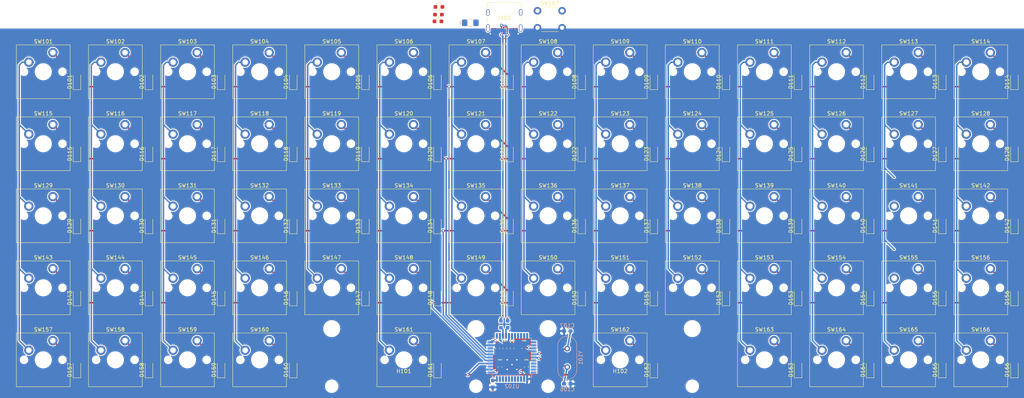
<source format=kicad_pcb>
(kicad_pcb (version 20171130) (host pcbnew 5.1.12)
  (layers (0 F.Cu signal) (31 B.Cu signal) (34 B.Paste user) (35 F.Paste user) (36 B.SilkS user) (37 F.SilkS user) (38 B.Mask user) (39 F.Mask user) (44 Edge.Cuts user))
  (net 0 "")
  (net 1 "Net-(D101-Pad2)")
  (net 2 ROW_0)
  (net 3 "Net-(D102-Pad2)")
  (net 4 "Net-(D103-Pad2)")
  (net 5 "Net-(D104-Pad2)")
  (net 6 "Net-(D105-Pad2)")
  (net 7 "Net-(D106-Pad2)")
  (net 8 "Net-(D107-Pad2)")
  (net 9 "Net-(D108-Pad2)")
  (net 10 "Net-(D109-Pad2)")
  (net 11 "Net-(D110-Pad2)")
  (net 12 "Net-(D111-Pad2)")
  (net 13 "Net-(D112-Pad2)")
  (net 14 "Net-(D113-Pad2)")
  (net 15 "Net-(D114-Pad2)")
  (net 16 "Net-(D115-Pad2)")
  (net 17 ROW_1)
  (net 18 "Net-(D116-Pad2)")
  (net 19 "Net-(D117-Pad2)")
  (net 20 "Net-(D118-Pad2)")
  (net 21 "Net-(D119-Pad2)")
  (net 22 "Net-(D120-Pad2)")
  (net 23 "Net-(D121-Pad2)")
  (net 24 "Net-(D122-Pad2)")
  (net 25 "Net-(D123-Pad2)")
  (net 26 "Net-(D124-Pad2)")
  (net 27 "Net-(D125-Pad2)")
  (net 28 "Net-(D126-Pad2)")
  (net 29 "Net-(D127-Pad2)")
  (net 30 "Net-(D128-Pad2)")
  (net 31 "Net-(D129-Pad2)")
  (net 32 ROW_2)
  (net 33 "Net-(D130-Pad2)")
  (net 34 "Net-(D131-Pad2)")
  (net 35 "Net-(D132-Pad2)")
  (net 36 "Net-(D133-Pad2)")
  (net 37 "Net-(D134-Pad2)")
  (net 38 "Net-(D135-Pad2)")
  (net 39 "Net-(D136-Pad2)")
  (net 40 "Net-(D137-Pad2)")
  (net 41 "Net-(D138-Pad2)")
  (net 42 "Net-(D139-Pad2)")
  (net 43 "Net-(D140-Pad2)")
  (net 44 "Net-(D141-Pad2)")
  (net 45 "Net-(D142-Pad2)")
  (net 46 "Net-(D143-Pad2)")
  (net 47 ROW_3)
  (net 48 "Net-(D144-Pad2)")
  (net 49 "Net-(D145-Pad2)")
  (net 50 "Net-(D146-Pad2)")
  (net 51 "Net-(D147-Pad2)")
  (net 52 "Net-(D148-Pad2)")
  (net 53 "Net-(D149-Pad2)")
  (net 54 "Net-(D150-Pad2)")
  (net 55 "Net-(D151-Pad2)")
  (net 56 "Net-(D152-Pad2)")
  (net 57 "Net-(D153-Pad2)")
  (net 58 "Net-(D154-Pad2)")
  (net 59 "Net-(D155-Pad2)")
  (net 60 "Net-(D156-Pad2)")
  (net 61 "Net-(D157-Pad2)")
  (net 62 ROW_4)
  (net 63 "Net-(D158-Pad2)")
  (net 64 "Net-(D159-Pad2)")
  (net 65 "Net-(D160-Pad2)")
  (net 66 "Net-(D161-Pad2)")
  (net 67 "Net-(D162-Pad2)")
  (net 68 "Net-(D163-Pad2)")
  (net 69 "Net-(D164-Pad2)")
  (net 70 "Net-(D165-Pad2)")
  (net 71 "Net-(D166-Pad2)")
  (net 72 COL_0)
  (net 73 COL_1)
  (net 74 COL_2)
  (net 75 COL_3)
  (net 76 COL_4)
  (net 77 COL_5)
  (net 78 COL_6)
  (net 79 COL_7)
  (net 80 COL_8)
  (net 81 COL_9)
  (net 82 COL_10)
  (net 83 COL_11)
  (net 84 COL_12)
  (net 85 COL_13)
  (net 86 GND)
  (net 87 +5V)
  (net 88 XTAL1)
  (net 89 XTAL2)
  (net 90 VBUS)
  (net 91 D+)
  (net 92 "Net-(J101-PadA8)")
  (net 93 "Net-(J101-PadB8)")
  (net 94 D-)
  (net 95 "Net-(J101-PadS1)")
  (net 96 ~RESET)
  (net 97 ~HWB)
  (net 98 "Net-(U102-Pad42)")
  (net 99 "Net-(U102-Pad36)")
  (net 100 MISO)
  (net 101 MOSI)
  (net 102 SCLK)
  (net 103 "Net-(U102-Pad8)")
  (net 104 "Net-(U102-Pad1)")
  (net 105 /USB+)
  (net 106 /USB-)
  (net 107 /UCAP)
  (net 108 /CC2)
  (net 109 /CC1)
  (module Connector_USB:USB_C_Receptacle_Palconn_UTC16-G (layer F.Cu) (at 208.153 107.188 180)
    (fp_text reference J101 (at 0 0.762) (layer F.SilkS))
    (fp_text value USB_C_Receptacle_USB2.0)
    (pad A12 smd rect (at 3.2 -2.51 180) (size 0.6 1.16) (layers F.Cu F.Paste F.Mask) (net 86 GND))
    (pad A9 smd rect (at 2.4 -2.51 180) (size 0.6 1.16) (layers F.Cu F.Paste F.Mask) (net 90 VBUS))
    (pad B1 smd rect (at 3.2 -2.51 180) (size 0.6 1.16) (layers F.Cu F.Paste F.Mask) (net 86 GND))
    (pad B4 smd rect (at 2.4 -2.51 180) (size 0.6 1.16) (layers F.Cu F.Paste F.Mask) (net 90 VBUS))
    (pad B12 smd rect (at -3.2 -2.51 180) (size 0.6 1.16) (layers F.Cu F.Paste F.Mask) (net 86 GND))
    (pad A1 smd rect (at -3.2 -2.51 180) (size 0.6 1.16) (layers F.Cu F.Paste F.Mask) (net 86 GND))
    (pad B9 smd rect (at -2.4 -2.51 180) (size 0.6 1.16) (layers F.Cu F.Paste F.Mask) (net 90 VBUS))
    (pad A4 smd rect (at -2.4 -2.51 180) (size 0.6 1.16) (layers F.Cu F.Paste F.Mask) (net 90 VBUS))
    (pad "" np_thru_hole circle (at -2.89 -1.45) (size 0.6 0.6) (drill 0.6) (layers *.Cu *.Mask))
    (pad "" np_thru_hole circle (at 2.89 -1.45) (size 0.6 0.6) (drill 0.6) (layers *.Cu *.Mask))
    (pad B5 smd rect (at 1.75 -2.51) (size 0.3 1.16) (layers F.Cu F.Paste F.Mask) (net 108 /CC2))
    (pad B6 smd rect (at 0.75 -2.51) (size 0.3 1.16) (layers F.Cu F.Paste F.Mask) (net 91 D+))
    (pad A8 smd rect (at 1.25 -2.51) (size 0.3 1.16) (layers F.Cu F.Paste F.Mask) (net 92 "Net-(J101-PadA8)"))
    (pad A5 smd rect (at -1.25 -2.51) (size 0.3 1.16) (layers F.Cu F.Paste F.Mask) (net 109 /CC1))
    (pad B8 smd rect (at -1.75 -2.51) (size 0.3 1.16) (layers F.Cu F.Paste F.Mask) (net 93 "Net-(J101-PadB8)"))
    (pad A7 smd rect (at 0.25 -2.51) (size 0.3 1.16) (layers F.Cu F.Paste F.Mask) (net 94 D-))
    (pad A6 smd rect (at -0.25 -2.51) (size 0.3 1.16) (layers F.Cu F.Paste F.Mask) (net 91 D+))
    (pad B7 smd rect (at -0.75 -2.51) (size 0.3 1.16) (layers F.Cu F.Paste F.Mask) (net 94 D-))
    (pad S1 thru_hole oval (at 4.32 2.24 270) (size 1.7 0.9) (drill oval 1.4 0.6) (layers *.Cu *.Mask) (net 95 "Net-(J101-PadS1)"))
    (pad S1 thru_hole oval (at -4.32 2.24 270) (size 1.7 0.9) (drill oval 1.4 0.6) (layers *.Cu *.Mask) (net 95 "Net-(J101-PadS1)"))
    (pad S1 thru_hole oval (at 4.32 -1.93 270) (size 2 0.9) (drill oval 1.7 0.6) (layers *.Cu *.Mask) (net 95 "Net-(J101-PadS1)"))
    (pad S1 thru_hole oval (at -4.32 -1.93 270) (size 2 0.9) (drill oval 1.7 0.6) (layers *.Cu *.Mask) (net 95 "Net-(J101-PadS1)"))
  )
  (module Capacitor_SMD:C_0603_1608Metric_Pad1.08x0.95mm_HandSolder (layer F.Cu) (at 210.185 193.8255 90)
    (fp_text reference C108 (at 2.0555 0 180) (layer F.SilkS) (effects (font (size 0.3 0.3) (thickness 0.075))))
    (fp_text value 1u)
    (pad 2 smd roundrect (at 0.8625 0 90) (size 1.075 0.95) (layers F.Cu F.Paste F.Mask) (net 107 /UCAP))
    (pad 1 smd roundrect (at -0.8625 0 90) (size 1.075 0.95) (layers F.Cu F.Paste F.Mask) (net 86 GND))
  )
  (module Capacitor_SMD:C_0603_1608Metric_Pad1.08x0.95mm_HandSolder (layer B.Cu) (at 224.79 189.23 180)
    (fp_text reference C107 (at 0 1.43) (layer B.SilkS) (effects (justify mirror)))
    (fp_text value 20p)
    (pad 2 smd roundrect (at 0.8625 0 180) (size 1.075 0.95) (layers B.Cu B.Paste B.Mask) (net 86 GND))
    (pad 1 smd roundrect (at -0.8625 0 180) (size 1.075 0.95) (layers B.Cu B.Paste B.Mask) (net 89 XTAL2))
  )
  (module Capacitor_SMD:C_0603_1608Metric_Pad1.08x0.95mm_HandSolder (layer B.Cu) (at 224.79 203.2)
    (fp_text reference C106 (at 0 1.43) (layer B.SilkS) (effects (justify mirror)))
    (fp_text value 20p)
    (pad 2 smd roundrect (at 0.8625 0) (size 1.075 0.95) (layers B.Cu B.Paste B.Mask) (net 86 GND))
    (pad 1 smd roundrect (at -0.8625 0) (size 1.075 0.95) (layers B.Cu B.Paste B.Mask) (net 88 XTAL1))
  )
  (module Capacitor_SMD:C_0603_1608Metric_Pad1.08x0.95mm_HandSolder (layer F.Cu) (at 213.36 193.8255 270)
    (fp_text reference C105 (at -2.0555 0 180) (layer F.SilkS) (effects (font (size 0.3 0.3) (thickness 0.075))))
    (fp_text value 100n)
    (pad 2 smd roundrect (at 0.8625 0 270) (size 1.075 0.95) (layers F.Cu F.Paste F.Mask) (net 86 GND))
    (pad 1 smd roundrect (at -0.8625 0 270) (size 1.075 0.95) (layers F.Cu F.Paste F.Mask) (net 87 +5V))
  )
  (module Capacitor_SMD:C_0603_1608Metric_Pad1.08x0.95mm_HandSolder (layer F.Cu) (at 213.995 198.755 90)
    (fp_text reference C104 (at 1.905 0 180) (layer F.SilkS) (effects (font (size 0.3 0.3) (thickness 0.075))))
    (fp_text value 100n)
    (pad 2 smd roundrect (at 0.8625 0 90) (size 1.075 0.95) (layers F.Cu F.Paste F.Mask) (net 86 GND))
    (pad 1 smd roundrect (at -0.8625 0 90) (size 1.075 0.95) (layers F.Cu F.Paste F.Mask) (net 87 +5V))
  )
  (module Capacitor_SMD:C_0603_1608Metric_Pad1.08x0.95mm_HandSolder (layer F.Cu) (at 208.28 193.8255 270)
    (fp_text reference C103 (at -2.0555 0 180) (layer F.SilkS) (effects (font (size 0.3 0.3) (thickness 0.075))))
    (fp_text value 100n)
    (pad 2 smd roundrect (at 0.8625 0 270) (size 1.075 0.95) (layers F.Cu F.Paste F.Mask) (net 86 GND))
    (pad 1 smd roundrect (at -0.8625 0 270) (size 1.075 0.95) (layers F.Cu F.Paste F.Mask) (net 87 +5V))
  )
  (module Capacitor_SMD:C_0603_1608Metric_Pad1.08x0.95mm_HandSolder (layer F.Cu) (at 207.01 198.755 90)
    (fp_text reference C102 (at 1.905 0 180) (layer F.SilkS) (effects (font (size 0.3 0.3) (thickness 0.075))))
    (fp_text value 100n)
    (pad 2 smd roundrect (at 0.8625 0 90) (size 1.075 0.95) (layers F.Cu F.Paste F.Mask) (net 86 GND))
    (pad 1 smd roundrect (at -0.8625 0 90) (size 1.075 0.95) (layers F.Cu F.Paste F.Mask) (net 87 +5V))
  )
  (module Capacitor_SMD:C_0603_1608Metric_Pad1.08x0.95mm_HandSolder (layer F.Cu) (at 206.375 193.802 270)
    (fp_text reference C101 (at -2.032 0 180) (layer F.SilkS) (effects (font (size 0.3 0.3) (thickness 0.075))))
    (fp_text value 100n)
    (pad 2 smd roundrect (at 0.8625 0 270) (size 1.075 0.95) (layers F.Cu F.Paste F.Mask) (net 86 GND))
    (pad 1 smd roundrect (at -0.8625 0 270) (size 1.075 0.95) (layers F.Cu F.Paste F.Mask) (net 87 +5V))
  )
  (module Switch_Keyboard_Cherry_MX:SW_Cherry_MX_PCB_1.00u (layer F.Cu) (at 86.36 120.65)
    (fp_text reference SW101 (at 0 -8) (layer F.SilkS))
    (fp_text value SW_Push)
    (pad "" np_thru_hole circle (at 5.08 0) (size 1.75 1.75) (drill 1.75) (layers *.Cu *.Mask))
    (pad "" np_thru_hole circle (at -5.08 0) (size 1.75 1.75) (drill 1.75) (layers *.Cu *.Mask))
    (pad "" np_thru_hole circle (at 0 0) (size 4 4) (drill 4) (layers *.Cu *.Mask))
    (pad 2 thru_hole circle (at 2.54 -5.08) (size 2.5 2.5) (drill 1.5) (layers *.Cu B.Mask) (net 1 "Net-(D101-Pad2)"))
    (pad 1 thru_hole circle (at -3.81 -2.54) (size 2.5 2.5) (drill 1.5) (layers *.Cu B.Mask) (net 72 COL_0))
  )
  (module Crystal:Crystal_HC49-4H_Vertical (layer B.Cu) (at 224.79 198.755 90)
    (fp_text reference Y101 (at 2.44 3.525 -90) (layer B.SilkS) (effects (justify mirror)))
    (fp_text value 16MHZ/20PF)
    (pad 2 thru_hole circle (at 4.88 0 90) (size 1.5 1.5) (drill 0.8) (layers *.Cu *.Mask) (net 89 XTAL2))
    (pad 1 thru_hole circle (at 0 0 90) (size 1.5 1.5) (drill 0.8) (layers *.Cu *.Mask) (net 88 XTAL1))
  )
  (module Package_QFP:TQFP-44_10x10mm_P0.8mm (layer B.Cu) (at 210.185 196.215 270)
    (fp_text reference U102 (at 7.62 0) (layer B.SilkS) (effects (justify mirror)))
    (fp_text value ATmega32U4-AU)
    (pad 44 smd rect (at -4 5.7 180) (size 1.5 0.55) (layers B.Cu B.Paste B.Mask) (net 87 +5V))
    (pad 43 smd rect (at -3.2 5.7 180) (size 1.5 0.55) (layers B.Cu B.Paste B.Mask) (net 86 GND))
    (pad 42 smd rect (at -2.4 5.7 180) (size 1.5 0.55) (layers B.Cu B.Paste B.Mask) (net 98 "Net-(U102-Pad42)"))
    (pad 41 smd rect (at -1.6 5.7 180) (size 1.5 0.55) (layers B.Cu B.Paste B.Mask) (net 2 ROW_0))
    (pad 40 smd rect (at -0.8 5.7 180) (size 1.5 0.55) (layers B.Cu B.Paste B.Mask) (net 17 ROW_1))
    (pad 39 smd rect (at 0 5.7 180) (size 1.5 0.55) (layers B.Cu B.Paste B.Mask) (net 32 ROW_2))
    (pad 38 smd rect (at 0.8 5.7 180) (size 1.5 0.55) (layers B.Cu B.Paste B.Mask) (net 47 ROW_3))
    (pad 37 smd rect (at 1.6 5.7 180) (size 1.5 0.55) (layers B.Cu B.Paste B.Mask) (net 62 ROW_4))
    (pad 36 smd rect (at 2.4 5.7 180) (size 1.5 0.55) (layers B.Cu B.Paste B.Mask) (net 99 "Net-(U102-Pad36)"))
    (pad 35 smd rect (at 3.2 5.7 180) (size 1.5 0.55) (layers B.Cu B.Paste B.Mask) (net 86 GND))
    (pad 34 smd rect (at 4 5.7 180) (size 1.5 0.55) (layers B.Cu B.Paste B.Mask) (net 87 +5V))
    (pad 33 smd rect (at 5.7 4 270) (size 1.5 0.55) (layers B.Cu B.Paste B.Mask) (net 97 ~HWB))
    (pad 32 smd rect (at 5.7 3.2 270) (size 1.5 0.55) (layers B.Cu B.Paste B.Mask) (net 77 COL_5))
    (pad 31 smd rect (at 5.7 2.4 270) (size 1.5 0.55) (layers B.Cu B.Paste B.Mask) (net 76 COL_4))
    (pad 30 smd rect (at 5.7 1.6 270) (size 1.5 0.55) (layers B.Cu B.Paste B.Mask) (net 74 COL_2))
    (pad 29 smd rect (at 5.7 0.8 270) (size 1.5 0.55) (layers B.Cu B.Paste B.Mask) (net 73 COL_1))
    (pad 28 smd rect (at 5.7 0 270) (size 1.5 0.55) (layers B.Cu B.Paste B.Mask) (net 72 COL_0))
    (pad 27 smd rect (at 5.7 -0.8 270) (size 1.5 0.55) (layers B.Cu B.Paste B.Mask) (net 85 COL_13))
    (pad 26 smd rect (at 5.7 -1.6 270) (size 1.5 0.55) (layers B.Cu B.Paste B.Mask) (net 84 COL_12))
    (pad 25 smd rect (at 5.7 -2.4 270) (size 1.5 0.55) (layers B.Cu B.Paste B.Mask) (net 82 COL_10))
    (pad 24 smd rect (at 5.7 -3.2 270) (size 1.5 0.55) (layers B.Cu B.Paste B.Mask) (net 87 +5V))
    (pad 23 smd rect (at 5.7 -4 270) (size 1.5 0.55) (layers B.Cu B.Paste B.Mask) (net 86 GND))
    (pad 22 smd rect (at 4 -5.7 180) (size 1.5 0.55) (layers B.Cu B.Paste B.Mask) (net 83 COL_11))
    (pad 21 smd rect (at 3.2 -5.7 180) (size 1.5 0.55) (layers B.Cu B.Paste B.Mask) (net 81 COL_9))
    (pad 20 smd rect (at 2.4 -5.7 180) (size 1.5 0.55) (layers B.Cu B.Paste B.Mask) (net 80 COL_8))
    (pad 19 smd rect (at 1.6 -5.7 180) (size 1.5 0.55) (layers B.Cu B.Paste B.Mask) (net 79 COL_7))
    (pad 18 smd rect (at 0.8 -5.7 180) (size 1.5 0.55) (layers B.Cu B.Paste B.Mask) (net 78 COL_6))
    (pad 17 smd rect (at 0 -5.7 180) (size 1.5 0.55) (layers B.Cu B.Paste B.Mask) (net 88 XTAL1))
    (pad 16 smd rect (at -0.8 -5.7 180) (size 1.5 0.55) (layers B.Cu B.Paste B.Mask) (net 89 XTAL2))
    (pad 15 smd rect (at -1.6 -5.7 180) (size 1.5 0.55) (layers B.Cu B.Paste B.Mask) (net 86 GND))
    (pad 14 smd rect (at -2.4 -5.7 180) (size 1.5 0.55) (layers B.Cu B.Paste B.Mask) (net 87 +5V))
    (pad 13 smd rect (at -3.2 -5.7 180) (size 1.5 0.55) (layers B.Cu B.Paste B.Mask) (net 96 ~RESET))
    (pad 12 smd rect (at -4 -5.7 180) (size 1.5 0.55) (layers B.Cu B.Paste B.Mask) (net 75 COL_3))
    (pad 11 smd rect (at -5.7 -4 270) (size 1.5 0.55) (layers B.Cu B.Paste B.Mask) (net 100 MISO))
    (pad 10 smd rect (at -5.7 -3.2 270) (size 1.5 0.55) (layers B.Cu B.Paste B.Mask) (net 101 MOSI))
    (pad 9 smd rect (at -5.7 -2.4 270) (size 1.5 0.55) (layers B.Cu B.Paste B.Mask) (net 102 SCLK))
    (pad 8 smd rect (at -5.7 -1.6 270) (size 1.5 0.55) (layers B.Cu B.Paste B.Mask) (net 103 "Net-(U102-Pad8)"))
    (pad 7 smd rect (at -5.7 -0.8 270) (size 1.5 0.55) (layers B.Cu B.Paste B.Mask) (net 87 +5V))
    (pad 6 smd rect (at -5.7 0 270) (size 1.5 0.55) (layers B.Cu B.Paste B.Mask) (net 107 /UCAP))
    (pad 5 smd rect (at -5.7 0.8 270) (size 1.5 0.55) (layers B.Cu B.Paste B.Mask) (net 86 GND))
    (pad 4 smd rect (at -5.7 1.6 270) (size 1.5 0.55) (layers B.Cu B.Paste B.Mask) (net 105 /USB+))
    (pad 3 smd rect (at -5.7 2.4 270) (size 1.5 0.55) (layers B.Cu B.Paste B.Mask) (net 106 /USB-))
    (pad 2 smd rect (at -5.7 3.2 270) (size 1.5 0.55) (layers B.Cu B.Paste B.Mask) (net 87 +5V))
    (pad 1 smd rect (at -5.7 4 270) (size 1.5 0.55) (layers B.Cu B.Paste B.Mask) (net 104 "Net-(U102-Pad1)"))
  )
  (module Package_TO_SOT_SMD:Texas_DRT-3 (layer B.Cu) (at 208.153 112.268 180)
    (fp_text reference U101 (at 0 -1.016) (layer B.SilkS) (effects (font (size 0.3 0.3) (thickness 0.075)) (justify mirror)))
    (fp_text value TPD2EUSB30)
    (pad 3 smd rect (at 0 0.425 180) (size 0.3 0.3) (layers B.Cu B.Paste B.Mask) (net 86 GND))
    (pad 2 smd rect (at 0.35 -0.425 180) (size 0.3 0.3) (layers B.Cu B.Paste B.Mask) (net 94 D-))
    (pad 1 smd rect (at -0.35 -0.425 180) (size 0.3 0.3) (layers B.Cu B.Paste B.Mask) (net 91 D+))
  )
  (module Button_Switch_THT:SW_PUSH_6mm_H5mm (layer F.Cu) (at 216.916 104.521)
    (fp_text reference SW167 (at 3.25 -2) (layer F.SilkS))
    (fp_text value SW_Push)
    (pad 1 thru_hole circle (at 6.5 0 90) (size 2 2) (drill 1.1) (layers *.Cu *.Mask) (net 96 ~RESET))
    (pad 2 thru_hole circle (at 6.5 4.5 90) (size 2 2) (drill 1.1) (layers *.Cu *.Mask) (net 86 GND))
    (pad 1 thru_hole circle (at 0 0 90) (size 2 2) (drill 1.1) (layers *.Cu *.Mask) (net 96 ~RESET))
    (pad 2 thru_hole circle (at 0 4.5 90) (size 2 2) (drill 1.1) (layers *.Cu *.Mask) (net 86 GND))
  )
  (module Resistor_SMD:R_0603_1608Metric_Pad0.98x0.95mm_HandSolder (layer B.Cu) (at 205.105 203.2 90)
    (fp_text reference R106 (at -1.905 0 180) (layer B.SilkS) (effects (font (size 0.3 0.3) (thickness 0.075)) (justify mirror)))
    (fp_text value 10k)
    (pad 2 smd roundrect (at 0.9125 0 90) (size 0.975 0.95) (layers B.Cu B.Paste B.Mask) (net 97 ~HWB))
    (pad 1 smd roundrect (at -0.9125 0 90) (size 0.975 0.95) (layers B.Cu B.Paste B.Mask) (net 86 GND))
  )
  (module Resistor_SMD:R_0603_1608Metric_Pad0.98x0.95mm_HandSolder (layer F.Cu) (at 190.627 107.315)
    (fp_text reference R105 (at 0 -1.016) (layer F.SilkS) (effects (font (size 0.3 0.3) (thickness 0.075))))
    (fp_text value 10k)
    (pad 2 smd roundrect (at 0.9125 0) (size 0.975 0.95) (layers F.Cu F.Paste F.Mask) (net 87 +5V))
    (pad 1 smd roundrect (at -0.9125 0) (size 0.975 0.95) (layers F.Cu F.Paste F.Mask) (net 96 ~RESET))
  )
  (module Resistor_SMD:R_0603_1608Metric_Pad0.98x0.95mm_HandSolder (layer B.Cu) (at 207.264 187.452 90)
    (fp_text reference R104 (at 1.905 0 180) (layer B.SilkS) (effects (font (size 0.3 0.3) (thickness 0.075)) (justify mirror)))
    (fp_text value 22)
    (pad 2 smd roundrect (at 0.9125 0 90) (size 0.975 0.95) (layers B.Cu B.Paste B.Mask) (net 94 D-))
    (pad 1 smd roundrect (at -0.9125 0 90) (size 0.975 0.95) (layers B.Cu B.Paste B.Mask) (net 106 /USB-))
  )
  (module Resistor_SMD:R_0603_1608Metric_Pad0.98x0.95mm_HandSolder (layer B.Cu) (at 209.042 187.452 90)
    (fp_text reference R103 (at 1.905 0) (layer B.SilkS) (effects (font (size 0.3 0.3) (thickness 0.075)) (justify mirror)))
    (fp_text value 22)
    (pad 2 smd roundrect (at 0.9125 0 90) (size 0.975 0.95) (layers B.Cu B.Paste B.Mask) (net 91 D+))
    (pad 1 smd roundrect (at -0.9125 0 90) (size 0.975 0.95) (layers B.Cu B.Paste B.Mask) (net 105 /USB+))
  )
  (module Resistor_SMD:R_0603_1608Metric_Pad0.98x0.95mm_HandSolder (layer F.Cu) (at 190.754 105.537)
    (fp_text reference R102 (at 0 -1.016) (layer F.SilkS) (effects (font (size 0.3 0.3) (thickness 0.075))))
    (fp_text value 5K1)
    (pad 2 smd roundrect (at 0.9125 0) (size 0.975 0.95) (layers F.Cu F.Paste F.Mask) (net 86 GND))
    (pad 1 smd roundrect (at -0.9125 0) (size 0.975 0.95) (layers F.Cu F.Paste F.Mask) (net 108 /CC2))
  )
  (module Resistor_SMD:R_0603_1608Metric_Pad0.98x0.95mm_HandSolder (layer F.Cu) (at 190.881 103.505)
    (fp_text reference R101 (at 0 -1.016) (layer F.SilkS) (effects (font (size 0.3 0.3) (thickness 0.075))))
    (fp_text value 5K1)
    (pad 2 smd roundrect (at 0.9125 0) (size 0.975 0.95) (layers F.Cu F.Paste F.Mask) (net 86 GND))
    (pad 1 smd roundrect (at -0.9125 0) (size 0.975 0.95) (layers F.Cu F.Paste F.Mask) (net 109 /CC1))
  )
  (module Fuse:Fuse_1206_3216Metric_Pad1.42x1.75mm_HandSolder (layer B.Cu) (at 199.1725 107.696 180)
    (fp_text reference F101 (at 2.5765 0 90) (layer B.SilkS) (effects (font (size 0.3 0.3) (thickness 0.075)) (justify mirror)))
    (fp_text value 500mA)
    (pad 2 smd roundrect (at 1.4875 0 180) (size 1.425 1.75) (layers B.Cu B.Paste B.Mask) (roundrect_rratio 0.175439) (net 90 VBUS))
    (pad 1 smd roundrect (at -1.4875 0 180) (size 1.425 1.75) (layers B.Cu B.Paste B.Mask) (roundrect_rratio 0.175439) (net 87 +5V))
  )
  (module Switch_Keyboard_Cherry_MX:SW_Cherry_MX_PCB_3.00u (layer F.Cu) (at 181.61 196.85)
    (fp_text reference SW161 (at 0 -8) (layer F.SilkS))
    (fp_text value SW_Push)
    (pad "" np_thru_hole circle (at 5.08 0) (size 1.75 1.75) (drill 1.75) (layers *.Cu *.Mask))
    (pad "" np_thru_hole circle (at -5.08 0) (size 1.75 1.75) (drill 1.75) (layers *.Cu *.Mask))
    (pad "" np_thru_hole circle (at 0 0) (size 4 4) (drill 4) (layers *.Cu *.Mask))
    (pad 2 thru_hole circle (at 2.54 -5.08) (size 2.5 2.5) (drill 1.5) (layers *.Cu B.Mask) (net 66 "Net-(D161-Pad2)"))
    (pad 1 thru_hole circle (at -3.81 -2.54) (size 2.5 2.5) (drill 1.5) (layers *.Cu B.Mask) (net 77 COL_5))
  )
  (module Switch_Keyboard_Cherry_MX:SW_Cherry_MX_PCB_3.00u (layer F.Cu) (at 238.76 196.85)
    (fp_text reference SW162 (at 0 -8) (layer F.SilkS))
    (fp_text value SW_Push)
    (pad "" np_thru_hole circle (at 5.08 0) (size 1.75 1.75) (drill 1.75) (layers *.Cu *.Mask))
    (pad "" np_thru_hole circle (at -5.08 0) (size 1.75 1.75) (drill 1.75) (layers *.Cu *.Mask))
    (pad "" np_thru_hole circle (at 0 0) (size 4 4) (drill 4) (layers *.Cu *.Mask))
    (pad 2 thru_hole circle (at 2.54 -5.08) (size 2.5 2.5) (drill 1.5) (layers *.Cu B.Mask) (net 67 "Net-(D162-Pad2)"))
    (pad 1 thru_hole circle (at -3.81 -2.54) (size 2.5 2.5) (drill 1.5) (layers *.Cu B.Mask) (net 80 COL_8))
  )
  (module Switch_Keyboard_Cherry_MX:SW_Cherry_MX_PCB_1.00u (layer F.Cu) (at 334.01 196.85)
    (fp_text reference SW166 (at 0 -8) (layer F.SilkS))
    (fp_text value SW_Push)
    (pad "" np_thru_hole circle (at 5.08 0) (size 1.75 1.75) (drill 1.75) (layers *.Cu *.Mask))
    (pad "" np_thru_hole circle (at -5.08 0) (size 1.75 1.75) (drill 1.75) (layers *.Cu *.Mask))
    (pad "" np_thru_hole circle (at 0 0) (size 4 4) (drill 4) (layers *.Cu *.Mask))
    (pad 2 thru_hole circle (at 2.54 -5.08) (size 2.5 2.5) (drill 1.5) (layers *.Cu B.Mask) (net 71 "Net-(D166-Pad2)"))
    (pad 1 thru_hole circle (at -3.81 -2.54) (size 2.5 2.5) (drill 1.5) (layers *.Cu B.Mask) (net 85 COL_13))
  )
  (module Switch_Keyboard_Cherry_MX:SW_Cherry_MX_PCB_1.00u (layer F.Cu) (at 314.96 196.85)
    (fp_text reference SW165 (at 0 -8) (layer F.SilkS))
    (fp_text value SW_Push)
    (pad "" np_thru_hole circle (at 5.08 0) (size 1.75 1.75) (drill 1.75) (layers *.Cu *.Mask))
    (pad "" np_thru_hole circle (at -5.08 0) (size 1.75 1.75) (drill 1.75) (layers *.Cu *.Mask))
    (pad "" np_thru_hole circle (at 0 0) (size 4 4) (drill 4) (layers *.Cu *.Mask))
    (pad 2 thru_hole circle (at 2.54 -5.08) (size 2.5 2.5) (drill 1.5) (layers *.Cu B.Mask) (net 70 "Net-(D165-Pad2)"))
    (pad 1 thru_hole circle (at -3.81 -2.54) (size 2.5 2.5) (drill 1.5) (layers *.Cu B.Mask) (net 84 COL_12))
  )
  (module Switch_Keyboard_Cherry_MX:SW_Cherry_MX_PCB_1.00u (layer F.Cu) (at 295.91 196.85)
    (fp_text reference SW164 (at 0 -8) (layer F.SilkS))
    (fp_text value SW_Push)
    (pad "" np_thru_hole circle (at 5.08 0) (size 1.75 1.75) (drill 1.75) (layers *.Cu *.Mask))
    (pad "" np_thru_hole circle (at -5.08 0) (size 1.75 1.75) (drill 1.75) (layers *.Cu *.Mask))
    (pad "" np_thru_hole circle (at 0 0) (size 4 4) (drill 4) (layers *.Cu *.Mask))
    (pad 2 thru_hole circle (at 2.54 -5.08) (size 2.5 2.5) (drill 1.5) (layers *.Cu B.Mask) (net 69 "Net-(D164-Pad2)"))
    (pad 1 thru_hole circle (at -3.81 -2.54) (size 2.5 2.5) (drill 1.5) (layers *.Cu B.Mask) (net 83 COL_11))
  )
  (module Switch_Keyboard_Cherry_MX:SW_Cherry_MX_PCB_1.00u (layer F.Cu) (at 276.86 196.85)
    (fp_text reference SW163 (at 0 -8) (layer F.SilkS))
    (fp_text value SW_Push)
    (pad "" np_thru_hole circle (at 5.08 0) (size 1.75 1.75) (drill 1.75) (layers *.Cu *.Mask))
    (pad "" np_thru_hole circle (at -5.08 0) (size 1.75 1.75) (drill 1.75) (layers *.Cu *.Mask))
    (pad "" np_thru_hole circle (at 0 0) (size 4 4) (drill 4) (layers *.Cu *.Mask))
    (pad 2 thru_hole circle (at 2.54 -5.08) (size 2.5 2.5) (drill 1.5) (layers *.Cu B.Mask) (net 68 "Net-(D163-Pad2)"))
    (pad 1 thru_hole circle (at -3.81 -2.54) (size 2.5 2.5) (drill 1.5) (layers *.Cu B.Mask) (net 82 COL_10))
  )
  (module Switch_Keyboard_Cherry_MX:SW_Cherry_MX_PCB_1.00u (layer F.Cu) (at 143.51 196.85)
    (fp_text reference SW160 (at 0 -8) (layer F.SilkS))
    (fp_text value SW_Push)
    (pad "" np_thru_hole circle (at 5.08 0) (size 1.75 1.75) (drill 1.75) (layers *.Cu *.Mask))
    (pad "" np_thru_hole circle (at -5.08 0) (size 1.75 1.75) (drill 1.75) (layers *.Cu *.Mask))
    (pad "" np_thru_hole circle (at 0 0) (size 4 4) (drill 4) (layers *.Cu *.Mask))
    (pad 2 thru_hole circle (at 2.54 -5.08) (size 2.5 2.5) (drill 1.5) (layers *.Cu B.Mask) (net 65 "Net-(D160-Pad2)"))
    (pad 1 thru_hole circle (at -3.81 -2.54) (size 2.5 2.5) (drill 1.5) (layers *.Cu B.Mask) (net 75 COL_3))
  )
  (module Switch_Keyboard_Cherry_MX:SW_Cherry_MX_PCB_1.00u (layer F.Cu) (at 124.46 196.85)
    (fp_text reference SW159 (at 0 -8) (layer F.SilkS))
    (fp_text value SW_Push)
    (pad "" np_thru_hole circle (at 5.08 0) (size 1.75 1.75) (drill 1.75) (layers *.Cu *.Mask))
    (pad "" np_thru_hole circle (at -5.08 0) (size 1.75 1.75) (drill 1.75) (layers *.Cu *.Mask))
    (pad "" np_thru_hole circle (at 0 0) (size 4 4) (drill 4) (layers *.Cu *.Mask))
    (pad 2 thru_hole circle (at 2.54 -5.08) (size 2.5 2.5) (drill 1.5) (layers *.Cu B.Mask) (net 64 "Net-(D159-Pad2)"))
    (pad 1 thru_hole circle (at -3.81 -2.54) (size 2.5 2.5) (drill 1.5) (layers *.Cu B.Mask) (net 74 COL_2))
  )
  (module Switch_Keyboard_Cherry_MX:SW_Cherry_MX_PCB_1.00u (layer F.Cu) (at 105.41 196.85)
    (fp_text reference SW158 (at 0 -8) (layer F.SilkS))
    (fp_text value SW_Push)
    (pad "" np_thru_hole circle (at 5.08 0) (size 1.75 1.75) (drill 1.75) (layers *.Cu *.Mask))
    (pad "" np_thru_hole circle (at -5.08 0) (size 1.75 1.75) (drill 1.75) (layers *.Cu *.Mask))
    (pad "" np_thru_hole circle (at 0 0) (size 4 4) (drill 4) (layers *.Cu *.Mask))
    (pad 2 thru_hole circle (at 2.54 -5.08) (size 2.5 2.5) (drill 1.5) (layers *.Cu B.Mask) (net 63 "Net-(D158-Pad2)"))
    (pad 1 thru_hole circle (at -3.81 -2.54) (size 2.5 2.5) (drill 1.5) (layers *.Cu B.Mask) (net 73 COL_1))
  )
  (module Switch_Keyboard_Cherry_MX:SW_Cherry_MX_PCB_1.00u (layer F.Cu) (at 86.36 196.85)
    (fp_text reference SW157 (at 0 -8) (layer F.SilkS))
    (fp_text value SW_Push)
    (pad "" np_thru_hole circle (at 5.08 0) (size 1.75 1.75) (drill 1.75) (layers *.Cu *.Mask))
    (pad "" np_thru_hole circle (at -5.08 0) (size 1.75 1.75) (drill 1.75) (layers *.Cu *.Mask))
    (pad "" np_thru_hole circle (at 0 0) (size 4 4) (drill 4) (layers *.Cu *.Mask))
    (pad 2 thru_hole circle (at 2.54 -5.08) (size 2.5 2.5) (drill 1.5) (layers *.Cu B.Mask) (net 61 "Net-(D157-Pad2)"))
    (pad 1 thru_hole circle (at -3.81 -2.54) (size 2.5 2.5) (drill 1.5) (layers *.Cu B.Mask) (net 72 COL_0))
  )
  (module Switch_Keyboard_Cherry_MX:SW_Cherry_MX_PCB_1.00u (layer F.Cu) (at 334.01 177.8)
    (fp_text reference SW156 (at 0 -8) (layer F.SilkS))
    (fp_text value SW_Push)
    (pad "" np_thru_hole circle (at 5.08 0) (size 1.75 1.75) (drill 1.75) (layers *.Cu *.Mask))
    (pad "" np_thru_hole circle (at -5.08 0) (size 1.75 1.75) (drill 1.75) (layers *.Cu *.Mask))
    (pad "" np_thru_hole circle (at 0 0) (size 4 4) (drill 4) (layers *.Cu *.Mask))
    (pad 2 thru_hole circle (at 2.54 -5.08) (size 2.5 2.5) (drill 1.5) (layers *.Cu B.Mask) (net 60 "Net-(D156-Pad2)"))
    (pad 1 thru_hole circle (at -3.81 -2.54) (size 2.5 2.5) (drill 1.5) (layers *.Cu B.Mask) (net 85 COL_13))
  )
  (module Switch_Keyboard_Cherry_MX:SW_Cherry_MX_PCB_1.00u (layer F.Cu) (at 314.96 177.8)
    (fp_text reference SW155 (at 0 -8) (layer F.SilkS))
    (fp_text value SW_Push)
    (pad "" np_thru_hole circle (at 5.08 0) (size 1.75 1.75) (drill 1.75) (layers *.Cu *.Mask))
    (pad "" np_thru_hole circle (at -5.08 0) (size 1.75 1.75) (drill 1.75) (layers *.Cu *.Mask))
    (pad "" np_thru_hole circle (at 0 0) (size 4 4) (drill 4) (layers *.Cu *.Mask))
    (pad 2 thru_hole circle (at 2.54 -5.08) (size 2.5 2.5) (drill 1.5) (layers *.Cu B.Mask) (net 59 "Net-(D155-Pad2)"))
    (pad 1 thru_hole circle (at -3.81 -2.54) (size 2.5 2.5) (drill 1.5) (layers *.Cu B.Mask) (net 84 COL_12))
  )
  (module Switch_Keyboard_Cherry_MX:SW_Cherry_MX_PCB_1.00u (layer F.Cu) (at 295.91 177.8)
    (fp_text reference SW154 (at 0 -8) (layer F.SilkS))
    (fp_text value SW_Push)
    (pad "" np_thru_hole circle (at 5.08 0) (size 1.75 1.75) (drill 1.75) (layers *.Cu *.Mask))
    (pad "" np_thru_hole circle (at -5.08 0) (size 1.75 1.75) (drill 1.75) (layers *.Cu *.Mask))
    (pad "" np_thru_hole circle (at 0 0) (size 4 4) (drill 4) (layers *.Cu *.Mask))
    (pad 2 thru_hole circle (at 2.54 -5.08) (size 2.5 2.5) (drill 1.5) (layers *.Cu B.Mask) (net 58 "Net-(D154-Pad2)"))
    (pad 1 thru_hole circle (at -3.81 -2.54) (size 2.5 2.5) (drill 1.5) (layers *.Cu B.Mask) (net 83 COL_11))
  )
  (module Switch_Keyboard_Cherry_MX:SW_Cherry_MX_PCB_1.00u (layer F.Cu) (at 276.86 177.8)
    (fp_text reference SW153 (at 0 -8) (layer F.SilkS))
    (fp_text value SW_Push)
    (pad "" np_thru_hole circle (at 5.08 0) (size 1.75 1.75) (drill 1.75) (layers *.Cu *.Mask))
    (pad "" np_thru_hole circle (at -5.08 0) (size 1.75 1.75) (drill 1.75) (layers *.Cu *.Mask))
    (pad "" np_thru_hole circle (at 0 0) (size 4 4) (drill 4) (layers *.Cu *.Mask))
    (pad 2 thru_hole circle (at 2.54 -5.08) (size 2.5 2.5) (drill 1.5) (layers *.Cu B.Mask) (net 57 "Net-(D153-Pad2)"))
    (pad 1 thru_hole circle (at -3.81 -2.54) (size 2.5 2.5) (drill 1.5) (layers *.Cu B.Mask) (net 82 COL_10))
  )
  (module Switch_Keyboard_Cherry_MX:SW_Cherry_MX_PCB_1.00u (layer F.Cu) (at 257.81 177.8)
    (fp_text reference SW152 (at 0 -8) (layer F.SilkS))
    (fp_text value SW_Push)
    (pad "" np_thru_hole circle (at 5.08 0) (size 1.75 1.75) (drill 1.75) (layers *.Cu *.Mask))
    (pad "" np_thru_hole circle (at -5.08 0) (size 1.75 1.75) (drill 1.75) (layers *.Cu *.Mask))
    (pad "" np_thru_hole circle (at 0 0) (size 4 4) (drill 4) (layers *.Cu *.Mask))
    (pad 2 thru_hole circle (at 2.54 -5.08) (size 2.5 2.5) (drill 1.5) (layers *.Cu B.Mask) (net 56 "Net-(D152-Pad2)"))
    (pad 1 thru_hole circle (at -3.81 -2.54) (size 2.5 2.5) (drill 1.5) (layers *.Cu B.Mask) (net 81 COL_9))
  )
  (module Switch_Keyboard_Cherry_MX:SW_Cherry_MX_PCB_1.00u (layer F.Cu) (at 238.76 177.8)
    (fp_text reference SW151 (at 0 -8) (layer F.SilkS))
    (fp_text value SW_Push)
    (pad "" np_thru_hole circle (at 5.08 0) (size 1.75 1.75) (drill 1.75) (layers *.Cu *.Mask))
    (pad "" np_thru_hole circle (at -5.08 0) (size 1.75 1.75) (drill 1.75) (layers *.Cu *.Mask))
    (pad "" np_thru_hole circle (at 0 0) (size 4 4) (drill 4) (layers *.Cu *.Mask))
    (pad 2 thru_hole circle (at 2.54 -5.08) (size 2.5 2.5) (drill 1.5) (layers *.Cu B.Mask) (net 55 "Net-(D151-Pad2)"))
    (pad 1 thru_hole circle (at -3.81 -2.54) (size 2.5 2.5) (drill 1.5) (layers *.Cu B.Mask) (net 80 COL_8))
  )
  (module Switch_Keyboard_Cherry_MX:SW_Cherry_MX_PCB_1.00u (layer F.Cu) (at 219.71 177.8)
    (fp_text reference SW150 (at 0 -8) (layer F.SilkS))
    (fp_text value SW_Push)
    (pad "" np_thru_hole circle (at 5.08 0) (size 1.75 1.75) (drill 1.75) (layers *.Cu *.Mask))
    (pad "" np_thru_hole circle (at -5.08 0) (size 1.75 1.75) (drill 1.75) (layers *.Cu *.Mask))
    (pad "" np_thru_hole circle (at 0 0) (size 4 4) (drill 4) (layers *.Cu *.Mask))
    (pad 2 thru_hole circle (at 2.54 -5.08) (size 2.5 2.5) (drill 1.5) (layers *.Cu B.Mask) (net 54 "Net-(D150-Pad2)"))
    (pad 1 thru_hole circle (at -3.81 -2.54) (size 2.5 2.5) (drill 1.5) (layers *.Cu B.Mask) (net 79 COL_7))
  )
  (module Switch_Keyboard_Cherry_MX:SW_Cherry_MX_PCB_1.00u (layer F.Cu) (at 200.66 177.8)
    (fp_text reference SW149 (at 0 -8) (layer F.SilkS))
    (fp_text value SW_Push)
    (pad "" np_thru_hole circle (at 5.08 0) (size 1.75 1.75) (drill 1.75) (layers *.Cu *.Mask))
    (pad "" np_thru_hole circle (at -5.08 0) (size 1.75 1.75) (drill 1.75) (layers *.Cu *.Mask))
    (pad "" np_thru_hole circle (at 0 0) (size 4 4) (drill 4) (layers *.Cu *.Mask))
    (pad 2 thru_hole circle (at 2.54 -5.08) (size 2.5 2.5) (drill 1.5) (layers *.Cu B.Mask) (net 53 "Net-(D149-Pad2)"))
    (pad 1 thru_hole circle (at -3.81 -2.54) (size 2.5 2.5) (drill 1.5) (layers *.Cu B.Mask) (net 78 COL_6))
  )
  (module Switch_Keyboard_Cherry_MX:SW_Cherry_MX_PCB_1.00u (layer F.Cu) (at 181.61 177.8)
    (fp_text reference SW148 (at 0 -8) (layer F.SilkS))
    (fp_text value SW_Push)
    (pad "" np_thru_hole circle (at 5.08 0) (size 1.75 1.75) (drill 1.75) (layers *.Cu *.Mask))
    (pad "" np_thru_hole circle (at -5.08 0) (size 1.75 1.75) (drill 1.75) (layers *.Cu *.Mask))
    (pad "" np_thru_hole circle (at 0 0) (size 4 4) (drill 4) (layers *.Cu *.Mask))
    (pad 2 thru_hole circle (at 2.54 -5.08) (size 2.5 2.5) (drill 1.5) (layers *.Cu B.Mask) (net 52 "Net-(D148-Pad2)"))
    (pad 1 thru_hole circle (at -3.81 -2.54) (size 2.5 2.5) (drill 1.5) (layers *.Cu B.Mask) (net 77 COL_5))
  )
  (module Switch_Keyboard_Cherry_MX:SW_Cherry_MX_PCB_1.00u (layer F.Cu) (at 162.56 177.8)
    (fp_text reference SW147 (at 0 -8) (layer F.SilkS))
    (fp_text value SW_Push)
    (pad "" np_thru_hole circle (at 5.08 0) (size 1.75 1.75) (drill 1.75) (layers *.Cu *.Mask))
    (pad "" np_thru_hole circle (at -5.08 0) (size 1.75 1.75) (drill 1.75) (layers *.Cu *.Mask))
    (pad "" np_thru_hole circle (at 0 0) (size 4 4) (drill 4) (layers *.Cu *.Mask))
    (pad 2 thru_hole circle (at 2.54 -5.08) (size 2.5 2.5) (drill 1.5) (layers *.Cu B.Mask) (net 51 "Net-(D147-Pad2)"))
    (pad 1 thru_hole circle (at -3.81 -2.54) (size 2.5 2.5) (drill 1.5) (layers *.Cu B.Mask) (net 76 COL_4))
  )
  (module Switch_Keyboard_Cherry_MX:SW_Cherry_MX_PCB_1.00u (layer F.Cu) (at 143.51 177.8)
    (fp_text reference SW146 (at 0 -8) (layer F.SilkS))
    (fp_text value SW_Push)
    (pad "" np_thru_hole circle (at 5.08 0) (size 1.75 1.75) (drill 1.75) (layers *.Cu *.Mask))
    (pad "" np_thru_hole circle (at -5.08 0) (size 1.75 1.75) (drill 1.75) (layers *.Cu *.Mask))
    (pad "" np_thru_hole circle (at 0 0) (size 4 4) (drill 4) (layers *.Cu *.Mask))
    (pad 2 thru_hole circle (at 2.54 -5.08) (size 2.5 2.5) (drill 1.5) (layers *.Cu B.Mask) (net 50 "Net-(D146-Pad2)"))
    (pad 1 thru_hole circle (at -3.81 -2.54) (size 2.5 2.5) (drill 1.5) (layers *.Cu B.Mask) (net 75 COL_3))
  )
  (module Switch_Keyboard_Cherry_MX:SW_Cherry_MX_PCB_1.00u (layer F.Cu) (at 124.46 177.8)
    (fp_text reference SW145 (at 0 -8) (layer F.SilkS))
    (fp_text value SW_Push)
    (pad "" np_thru_hole circle (at 5.08 0) (size 1.75 1.75) (drill 1.75) (layers *.Cu *.Mask))
    (pad "" np_thru_hole circle (at -5.08 0) (size 1.75 1.75) (drill 1.75) (layers *.Cu *.Mask))
    (pad "" np_thru_hole circle (at 0 0) (size 4 4) (drill 4) (layers *.Cu *.Mask))
    (pad 2 thru_hole circle (at 2.54 -5.08) (size 2.5 2.5) (drill 1.5) (layers *.Cu B.Mask) (net 49 "Net-(D145-Pad2)"))
    (pad 1 thru_hole circle (at -3.81 -2.54) (size 2.5 2.5) (drill 1.5) (layers *.Cu B.Mask) (net 74 COL_2))
  )
  (module Switch_Keyboard_Cherry_MX:SW_Cherry_MX_PCB_1.00u (layer F.Cu) (at 105.41 177.8)
    (fp_text reference SW144 (at 0 -8) (layer F.SilkS))
    (fp_text value SW_Push)
    (pad "" np_thru_hole circle (at 5.08 0) (size 1.75 1.75) (drill 1.75) (layers *.Cu *.Mask))
    (pad "" np_thru_hole circle (at -5.08 0) (size 1.75 1.75) (drill 1.75) (layers *.Cu *.Mask))
    (pad "" np_thru_hole circle (at 0 0) (size 4 4) (drill 4) (layers *.Cu *.Mask))
    (pad 2 thru_hole circle (at 2.54 -5.08) (size 2.5 2.5) (drill 1.5) (layers *.Cu B.Mask) (net 48 "Net-(D144-Pad2)"))
    (pad 1 thru_hole circle (at -3.81 -2.54) (size 2.5 2.5) (drill 1.5) (layers *.Cu B.Mask) (net 73 COL_1))
  )
  (module Switch_Keyboard_Cherry_MX:SW_Cherry_MX_PCB_1.00u (layer F.Cu) (at 86.36 177.8)
    (fp_text reference SW143 (at 0 -8) (layer F.SilkS))
    (fp_text value SW_Push)
    (pad "" np_thru_hole circle (at 5.08 0) (size 1.75 1.75) (drill 1.75) (layers *.Cu *.Mask))
    (pad "" np_thru_hole circle (at -5.08 0) (size 1.75 1.75) (drill 1.75) (layers *.Cu *.Mask))
    (pad "" np_thru_hole circle (at 0 0) (size 4 4) (drill 4) (layers *.Cu *.Mask))
    (pad 2 thru_hole circle (at 2.54 -5.08) (size 2.5 2.5) (drill 1.5) (layers *.Cu B.Mask) (net 46 "Net-(D143-Pad2)"))
    (pad 1 thru_hole circle (at -3.81 -2.54) (size 2.5 2.5) (drill 1.5) (layers *.Cu B.Mask) (net 72 COL_0))
  )
  (module Switch_Keyboard_Cherry_MX:SW_Cherry_MX_PCB_1.00u (layer F.Cu) (at 334.01 158.75)
    (fp_text reference SW142 (at 0 -8) (layer F.SilkS))
    (fp_text value SW_Push)
    (pad "" np_thru_hole circle (at 5.08 0) (size 1.75 1.75) (drill 1.75) (layers *.Cu *.Mask))
    (pad "" np_thru_hole circle (at -5.08 0) (size 1.75 1.75) (drill 1.75) (layers *.Cu *.Mask))
    (pad "" np_thru_hole circle (at 0 0) (size 4 4) (drill 4) (layers *.Cu *.Mask))
    (pad 2 thru_hole circle (at 2.54 -5.08) (size 2.5 2.5) (drill 1.5) (layers *.Cu B.Mask) (net 45 "Net-(D142-Pad2)"))
    (pad 1 thru_hole circle (at -3.81 -2.54) (size 2.5 2.5) (drill 1.5) (layers *.Cu B.Mask) (net 85 COL_13))
  )
  (module Switch_Keyboard_Cherry_MX:SW_Cherry_MX_PCB_1.00u (layer F.Cu) (at 314.96 158.75)
    (fp_text reference SW141 (at 0 -8) (layer F.SilkS))
    (fp_text value SW_Push)
    (pad "" np_thru_hole circle (at 5.08 0) (size 1.75 1.75) (drill 1.75) (layers *.Cu *.Mask))
    (pad "" np_thru_hole circle (at -5.08 0) (size 1.75 1.75) (drill 1.75) (layers *.Cu *.Mask))
    (pad "" np_thru_hole circle (at 0 0) (size 4 4) (drill 4) (layers *.Cu *.Mask))
    (pad 2 thru_hole circle (at 2.54 -5.08) (size 2.5 2.5) (drill 1.5) (layers *.Cu B.Mask) (net 44 "Net-(D141-Pad2)"))
    (pad 1 thru_hole circle (at -3.81 -2.54) (size 2.5 2.5) (drill 1.5) (layers *.Cu B.Mask) (net 84 COL_12))
  )
  (module Switch_Keyboard_Cherry_MX:SW_Cherry_MX_PCB_1.00u (layer F.Cu) (at 295.91 158.75)
    (fp_text reference SW140 (at 0 -8) (layer F.SilkS))
    (fp_text value SW_Push)
    (pad "" np_thru_hole circle (at 5.08 0) (size 1.75 1.75) (drill 1.75) (layers *.Cu *.Mask))
    (pad "" np_thru_hole circle (at -5.08 0) (size 1.75 1.75) (drill 1.75) (layers *.Cu *.Mask))
    (pad "" np_thru_hole circle (at 0 0) (size 4 4) (drill 4) (layers *.Cu *.Mask))
    (pad 2 thru_hole circle (at 2.54 -5.08) (size 2.5 2.5) (drill 1.5) (layers *.Cu B.Mask) (net 43 "Net-(D140-Pad2)"))
    (pad 1 thru_hole circle (at -3.81 -2.54) (size 2.5 2.5) (drill 1.5) (layers *.Cu B.Mask) (net 83 COL_11))
  )
  (module Switch_Keyboard_Cherry_MX:SW_Cherry_MX_PCB_1.00u (layer F.Cu) (at 276.86 158.75)
    (fp_text reference SW139 (at 0 -8) (layer F.SilkS))
    (fp_text value SW_Push)
    (pad "" np_thru_hole circle (at 5.08 0) (size 1.75 1.75) (drill 1.75) (layers *.Cu *.Mask))
    (pad "" np_thru_hole circle (at -5.08 0) (size 1.75 1.75) (drill 1.75) (layers *.Cu *.Mask))
    (pad "" np_thru_hole circle (at 0 0) (size 4 4) (drill 4) (layers *.Cu *.Mask))
    (pad 2 thru_hole circle (at 2.54 -5.08) (size 2.5 2.5) (drill 1.5) (layers *.Cu B.Mask) (net 42 "Net-(D139-Pad2)"))
    (pad 1 thru_hole circle (at -3.81 -2.54) (size 2.5 2.5) (drill 1.5) (layers *.Cu B.Mask) (net 82 COL_10))
  )
  (module Switch_Keyboard_Cherry_MX:SW_Cherry_MX_PCB_1.00u (layer F.Cu) (at 257.81 158.75)
    (fp_text reference SW138 (at 0 -8) (layer F.SilkS))
    (fp_text value SW_Push)
    (pad "" np_thru_hole circle (at 5.08 0) (size 1.75 1.75) (drill 1.75) (layers *.Cu *.Mask))
    (pad "" np_thru_hole circle (at -5.08 0) (size 1.75 1.75) (drill 1.75) (layers *.Cu *.Mask))
    (pad "" np_thru_hole circle (at 0 0) (size 4 4) (drill 4) (layers *.Cu *.Mask))
    (pad 2 thru_hole circle (at 2.54 -5.08) (size 2.5 2.5) (drill 1.5) (layers *.Cu B.Mask) (net 41 "Net-(D138-Pad2)"))
    (pad 1 thru_hole circle (at -3.81 -2.54) (size 2.5 2.5) (drill 1.5) (layers *.Cu B.Mask) (net 81 COL_9))
  )
  (module Switch_Keyboard_Cherry_MX:SW_Cherry_MX_PCB_1.00u (layer F.Cu) (at 238.76 158.75)
    (fp_text reference SW137 (at 0 -8) (layer F.SilkS))
    (fp_text value SW_Push)
    (pad "" np_thru_hole circle (at 5.08 0) (size 1.75 1.75) (drill 1.75) (layers *.Cu *.Mask))
    (pad "" np_thru_hole circle (at -5.08 0) (size 1.75 1.75) (drill 1.75) (layers *.Cu *.Mask))
    (pad "" np_thru_hole circle (at 0 0) (size 4 4) (drill 4) (layers *.Cu *.Mask))
    (pad 2 thru_hole circle (at 2.54 -5.08) (size 2.5 2.5) (drill 1.5) (layers *.Cu B.Mask) (net 40 "Net-(D137-Pad2)"))
    (pad 1 thru_hole circle (at -3.81 -2.54) (size 2.5 2.5) (drill 1.5) (layers *.Cu B.Mask) (net 80 COL_8))
  )
  (module Switch_Keyboard_Cherry_MX:SW_Cherry_MX_PCB_1.00u (layer F.Cu) (at 219.71 158.75)
    (fp_text reference SW136 (at 0 -8) (layer F.SilkS))
    (fp_text value SW_Push)
    (pad "" np_thru_hole circle (at 5.08 0) (size 1.75 1.75) (drill 1.75) (layers *.Cu *.Mask))
    (pad "" np_thru_hole circle (at -5.08 0) (size 1.75 1.75) (drill 1.75) (layers *.Cu *.Mask))
    (pad "" np_thru_hole circle (at 0 0) (size 4 4) (drill 4) (layers *.Cu *.Mask))
    (pad 2 thru_hole circle (at 2.54 -5.08) (size 2.5 2.5) (drill 1.5) (layers *.Cu B.Mask) (net 39 "Net-(D136-Pad2)"))
    (pad 1 thru_hole circle (at -3.81 -2.54) (size 2.5 2.5) (drill 1.5) (layers *.Cu B.Mask) (net 79 COL_7))
  )
  (module Switch_Keyboard_Cherry_MX:SW_Cherry_MX_PCB_1.00u (layer F.Cu) (at 200.66 158.75)
    (fp_text reference SW135 (at 0 -8) (layer F.SilkS))
    (fp_text value SW_Push)
    (pad "" np_thru_hole circle (at 5.08 0) (size 1.75 1.75) (drill 1.75) (layers *.Cu *.Mask))
    (pad "" np_thru_hole circle (at -5.08 0) (size 1.75 1.75) (drill 1.75) (layers *.Cu *.Mask))
    (pad "" np_thru_hole circle (at 0 0) (size 4 4) (drill 4) (layers *.Cu *.Mask))
    (pad 2 thru_hole circle (at 2.54 -5.08) (size 2.5 2.5) (drill 1.5) (layers *.Cu B.Mask) (net 38 "Net-(D135-Pad2)"))
    (pad 1 thru_hole circle (at -3.81 -2.54) (size 2.5 2.5) (drill 1.5) (layers *.Cu B.Mask) (net 78 COL_6))
  )
  (module Switch_Keyboard_Cherry_MX:SW_Cherry_MX_PCB_1.00u (layer F.Cu) (at 181.61 158.75)
    (fp_text reference SW134 (at 0 -8) (layer F.SilkS))
    (fp_text value SW_Push)
    (pad "" np_thru_hole circle (at 5.08 0) (size 1.75 1.75) (drill 1.75) (layers *.Cu *.Mask))
    (pad "" np_thru_hole circle (at -5.08 0) (size 1.75 1.75) (drill 1.75) (layers *.Cu *.Mask))
    (pad "" np_thru_hole circle (at 0 0) (size 4 4) (drill 4) (layers *.Cu *.Mask))
    (pad 2 thru_hole circle (at 2.54 -5.08) (size 2.5 2.5) (drill 1.5) (layers *.Cu B.Mask) (net 37 "Net-(D134-Pad2)"))
    (pad 1 thru_hole circle (at -3.81 -2.54) (size 2.5 2.5) (drill 1.5) (layers *.Cu B.Mask) (net 77 COL_5))
  )
  (module Switch_Keyboard_Cherry_MX:SW_Cherry_MX_PCB_1.00u (layer F.Cu) (at 162.56 158.75)
    (fp_text reference SW133 (at 0 -8) (layer F.SilkS))
    (fp_text value SW_Push)
    (pad "" np_thru_hole circle (at 5.08 0) (size 1.75 1.75) (drill 1.75) (layers *.Cu *.Mask))
    (pad "" np_thru_hole circle (at -5.08 0) (size 1.75 1.75) (drill 1.75) (layers *.Cu *.Mask))
    (pad "" np_thru_hole circle (at 0 0) (size 4 4) (drill 4) (layers *.Cu *.Mask))
    (pad 2 thru_hole circle (at 2.54 -5.08) (size 2.5 2.5) (drill 1.5) (layers *.Cu B.Mask) (net 36 "Net-(D133-Pad2)"))
    (pad 1 thru_hole circle (at -3.81 -2.54) (size 2.5 2.5) (drill 1.5) (layers *.Cu B.Mask) (net 76 COL_4))
  )
  (module Switch_Keyboard_Cherry_MX:SW_Cherry_MX_PCB_1.00u (layer F.Cu) (at 143.51 158.75)
    (fp_text reference SW132 (at 0 -8) (layer F.SilkS))
    (fp_text value SW_Push)
    (pad "" np_thru_hole circle (at 5.08 0) (size 1.75 1.75) (drill 1.75) (layers *.Cu *.Mask))
    (pad "" np_thru_hole circle (at -5.08 0) (size 1.75 1.75) (drill 1.75) (layers *.Cu *.Mask))
    (pad "" np_thru_hole circle (at 0 0) (size 4 4) (drill 4) (layers *.Cu *.Mask))
    (pad 2 thru_hole circle (at 2.54 -5.08) (size 2.5 2.5) (drill 1.5) (layers *.Cu B.Mask) (net 35 "Net-(D132-Pad2)"))
    (pad 1 thru_hole circle (at -3.81 -2.54) (size 2.5 2.5) (drill 1.5) (layers *.Cu B.Mask) (net 75 COL_3))
  )
  (module Switch_Keyboard_Cherry_MX:SW_Cherry_MX_PCB_1.00u (layer F.Cu) (at 124.46 158.75)
    (fp_text reference SW131 (at 0 -8) (layer F.SilkS))
    (fp_text value SW_Push)
    (pad "" np_thru_hole circle (at 5.08 0) (size 1.75 1.75) (drill 1.75) (layers *.Cu *.Mask))
    (pad "" np_thru_hole circle (at -5.08 0) (size 1.75 1.75) (drill 1.75) (layers *.Cu *.Mask))
    (pad "" np_thru_hole circle (at 0 0) (size 4 4) (drill 4) (layers *.Cu *.Mask))
    (pad 2 thru_hole circle (at 2.54 -5.08) (size 2.5 2.5) (drill 1.5) (layers *.Cu B.Mask) (net 34 "Net-(D131-Pad2)"))
    (pad 1 thru_hole circle (at -3.81 -2.54) (size 2.5 2.5) (drill 1.5) (layers *.Cu B.Mask) (net 74 COL_2))
  )
  (module Switch_Keyboard_Cherry_MX:SW_Cherry_MX_PCB_1.00u (layer F.Cu) (at 105.41 158.75)
    (fp_text reference SW130 (at 0 -8) (layer F.SilkS))
    (fp_text value SW_Push)
    (pad "" np_thru_hole circle (at 5.08 0) (size 1.75 1.75) (drill 1.75) (layers *.Cu *.Mask))
    (pad "" np_thru_hole circle (at -5.08 0) (size 1.75 1.75) (drill 1.75) (layers *.Cu *.Mask))
    (pad "" np_thru_hole circle (at 0 0) (size 4 4) (drill 4) (layers *.Cu *.Mask))
    (pad 2 thru_hole circle (at 2.54 -5.08) (size 2.5 2.5) (drill 1.5) (layers *.Cu B.Mask) (net 33 "Net-(D130-Pad2)"))
    (pad 1 thru_hole circle (at -3.81 -2.54) (size 2.5 2.5) (drill 1.5) (layers *.Cu B.Mask) (net 73 COL_1))
  )
  (module Switch_Keyboard_Cherry_MX:SW_Cherry_MX_PCB_1.00u (layer F.Cu) (at 86.36 158.75)
    (fp_text reference SW129 (at 0 -8) (layer F.SilkS))
    (fp_text value SW_Push)
    (pad "" np_thru_hole circle (at 5.08 0) (size 1.75 1.75) (drill 1.75) (layers *.Cu *.Mask))
    (pad "" np_thru_hole circle (at -5.08 0) (size 1.75 1.75) (drill 1.75) (layers *.Cu *.Mask))
    (pad "" np_thru_hole circle (at 0 0) (size 4 4) (drill 4) (layers *.Cu *.Mask))
    (pad 2 thru_hole circle (at 2.54 -5.08) (size 2.5 2.5) (drill 1.5) (layers *.Cu B.Mask) (net 31 "Net-(D129-Pad2)"))
    (pad 1 thru_hole circle (at -3.81 -2.54) (size 2.5 2.5) (drill 1.5) (layers *.Cu B.Mask) (net 72 COL_0))
  )
  (module Switch_Keyboard_Cherry_MX:SW_Cherry_MX_PCB_1.00u (layer F.Cu) (at 334.01 139.7)
    (fp_text reference SW128 (at 0 -8) (layer F.SilkS))
    (fp_text value SW_Push)
    (pad "" np_thru_hole circle (at 5.08 0) (size 1.75 1.75) (drill 1.75) (layers *.Cu *.Mask))
    (pad "" np_thru_hole circle (at -5.08 0) (size 1.75 1.75) (drill 1.75) (layers *.Cu *.Mask))
    (pad "" np_thru_hole circle (at 0 0) (size 4 4) (drill 4) (layers *.Cu *.Mask))
    (pad 2 thru_hole circle (at 2.54 -5.08) (size 2.5 2.5) (drill 1.5) (layers *.Cu B.Mask) (net 30 "Net-(D128-Pad2)"))
    (pad 1 thru_hole circle (at -3.81 -2.54) (size 2.5 2.5) (drill 1.5) (layers *.Cu B.Mask) (net 85 COL_13))
  )
  (module Switch_Keyboard_Cherry_MX:SW_Cherry_MX_PCB_1.00u (layer F.Cu) (at 314.96 139.7)
    (fp_text reference SW127 (at 0 -8) (layer F.SilkS))
    (fp_text value SW_Push)
    (pad "" np_thru_hole circle (at 5.08 0) (size 1.75 1.75) (drill 1.75) (layers *.Cu *.Mask))
    (pad "" np_thru_hole circle (at -5.08 0) (size 1.75 1.75) (drill 1.75) (layers *.Cu *.Mask))
    (pad "" np_thru_hole circle (at 0 0) (size 4 4) (drill 4) (layers *.Cu *.Mask))
    (pad 2 thru_hole circle (at 2.54 -5.08) (size 2.5 2.5) (drill 1.5) (layers *.Cu B.Mask) (net 29 "Net-(D127-Pad2)"))
    (pad 1 thru_hole circle (at -3.81 -2.54) (size 2.5 2.5) (drill 1.5) (layers *.Cu B.Mask) (net 84 COL_12))
  )
  (module Switch_Keyboard_Cherry_MX:SW_Cherry_MX_PCB_1.00u (layer F.Cu) (at 295.91 139.7)
    (fp_text reference SW126 (at 0 -8) (layer F.SilkS))
    (fp_text value SW_Push)
    (pad "" np_thru_hole circle (at 5.08 0) (size 1.75 1.75) (drill 1.75) (layers *.Cu *.Mask))
    (pad "" np_thru_hole circle (at -5.08 0) (size 1.75 1.75) (drill 1.75) (layers *.Cu *.Mask))
    (pad "" np_thru_hole circle (at 0 0) (size 4 4) (drill 4) (layers *.Cu *.Mask))
    (pad 2 thru_hole circle (at 2.54 -5.08) (size 2.5 2.5) (drill 1.5) (layers *.Cu B.Mask) (net 28 "Net-(D126-Pad2)"))
    (pad 1 thru_hole circle (at -3.81 -2.54) (size 2.5 2.5) (drill 1.5) (layers *.Cu B.Mask) (net 83 COL_11))
  )
  (module Switch_Keyboard_Cherry_MX:SW_Cherry_MX_PCB_1.00u (layer F.Cu) (at 276.86 139.7)
    (fp_text reference SW125 (at 0 -8) (layer F.SilkS))
    (fp_text value SW_Push)
    (pad "" np_thru_hole circle (at 5.08 0) (size 1.75 1.75) (drill 1.75) (layers *.Cu *.Mask))
    (pad "" np_thru_hole circle (at -5.08 0) (size 1.75 1.75) (drill 1.75) (layers *.Cu *.Mask))
    (pad "" np_thru_hole circle (at 0 0) (size 4 4) (drill 4) (layers *.Cu *.Mask))
    (pad 2 thru_hole circle (at 2.54 -5.08) (size 2.5 2.5) (drill 1.5) (layers *.Cu B.Mask) (net 27 "Net-(D125-Pad2)"))
    (pad 1 thru_hole circle (at -3.81 -2.54) (size 2.5 2.5) (drill 1.5) (layers *.Cu B.Mask) (net 82 COL_10))
  )
  (module Switch_Keyboard_Cherry_MX:SW_Cherry_MX_PCB_1.00u (layer F.Cu) (at 257.81 139.7)
    (fp_text reference SW124 (at 0 -8) (layer F.SilkS))
    (fp_text value SW_Push)
    (pad "" np_thru_hole circle (at 5.08 0) (size 1.75 1.75) (drill 1.75) (layers *.Cu *.Mask))
    (pad "" np_thru_hole circle (at -5.08 0) (size 1.75 1.75) (drill 1.75) (layers *.Cu *.Mask))
    (pad "" np_thru_hole circle (at 0 0) (size 4 4) (drill 4) (layers *.Cu *.Mask))
    (pad 2 thru_hole circle (at 2.54 -5.08) (size 2.5 2.5) (drill 1.5) (layers *.Cu B.Mask) (net 26 "Net-(D124-Pad2)"))
    (pad 1 thru_hole circle (at -3.81 -2.54) (size 2.5 2.5) (drill 1.5) (layers *.Cu B.Mask) (net 81 COL_9))
  )
  (module Switch_Keyboard_Cherry_MX:SW_Cherry_MX_PCB_1.00u (layer F.Cu) (at 238.76 139.7)
    (fp_text reference SW123 (at 0 -8) (layer F.SilkS))
    (fp_text value SW_Push)
    (pad "" np_thru_hole circle (at 5.08 0) (size 1.75 1.75) (drill 1.75) (layers *.Cu *.Mask))
    (pad "" np_thru_hole circle (at -5.08 0) (size 1.75 1.75) (drill 1.75) (layers *.Cu *.Mask))
    (pad "" np_thru_hole circle (at 0 0) (size 4 4) (drill 4) (layers *.Cu *.Mask))
    (pad 2 thru_hole circle (at 2.54 -5.08) (size 2.5 2.5) (drill 1.5) (layers *.Cu B.Mask) (net 25 "Net-(D123-Pad2)"))
    (pad 1 thru_hole circle (at -3.81 -2.54) (size 2.5 2.5) (drill 1.5) (layers *.Cu B.Mask) (net 80 COL_8))
  )
  (module Switch_Keyboard_Cherry_MX:SW_Cherry_MX_PCB_1.00u (layer F.Cu) (at 219.71 139.7)
    (fp_text reference SW122 (at 0 -8) (layer F.SilkS))
    (fp_text value SW_Push)
    (pad "" np_thru_hole circle (at 5.08 0) (size 1.75 1.75) (drill 1.75) (layers *.Cu *.Mask))
    (pad "" np_thru_hole circle (at -5.08 0) (size 1.75 1.75) (drill 1.75) (layers *.Cu *.Mask))
    (pad "" np_thru_hole circle (at 0 0) (size 4 4) (drill 4) (layers *.Cu *.Mask))
    (pad 2 thru_hole circle (at 2.54 -5.08) (size 2.5 2.5) (drill 1.5) (layers *.Cu B.Mask) (net 24 "Net-(D122-Pad2)"))
    (pad 1 thru_hole circle (at -3.81 -2.54) (size 2.5 2.5) (drill 1.5) (layers *.Cu B.Mask) (net 79 COL_7))
  )
  (module Switch_Keyboard_Cherry_MX:SW_Cherry_MX_PCB_1.00u (layer F.Cu) (at 200.66 139.7)
    (fp_text reference SW121 (at 0 -8) (layer F.SilkS))
    (fp_text value SW_Push)
    (pad "" np_thru_hole circle (at 5.08 0) (size 1.75 1.75) (drill 1.75) (layers *.Cu *.Mask))
    (pad "" np_thru_hole circle (at -5.08 0) (size 1.75 1.75) (drill 1.75) (layers *.Cu *.Mask))
    (pad "" np_thru_hole circle (at 0 0) (size 4 4) (drill 4) (layers *.Cu *.Mask))
    (pad 2 thru_hole circle (at 2.54 -5.08) (size 2.5 2.5) (drill 1.5) (layers *.Cu B.Mask) (net 23 "Net-(D121-Pad2)"))
    (pad 1 thru_hole circle (at -3.81 -2.54) (size 2.5 2.5) (drill 1.5) (layers *.Cu B.Mask) (net 78 COL_6))
  )
  (module Switch_Keyboard_Cherry_MX:SW_Cherry_MX_PCB_1.00u (layer F.Cu) (at 181.61 139.7)
    (fp_text reference SW120 (at 0 -8) (layer F.SilkS))
    (fp_text value SW_Push)
    (pad "" np_thru_hole circle (at 5.08 0) (size 1.75 1.75) (drill 1.75) (layers *.Cu *.Mask))
    (pad "" np_thru_hole circle (at -5.08 0) (size 1.75 1.75) (drill 1.75) (layers *.Cu *.Mask))
    (pad "" np_thru_hole circle (at 0 0) (size 4 4) (drill 4) (layers *.Cu *.Mask))
    (pad 2 thru_hole circle (at 2.54 -5.08) (size 2.5 2.5) (drill 1.5) (layers *.Cu B.Mask) (net 22 "Net-(D120-Pad2)"))
    (pad 1 thru_hole circle (at -3.81 -2.54) (size 2.5 2.5) (drill 1.5) (layers *.Cu B.Mask) (net 77 COL_5))
  )
  (module Switch_Keyboard_Cherry_MX:SW_Cherry_MX_PCB_1.00u (layer F.Cu) (at 162.56 139.7)
    (fp_text reference SW119 (at 0 -8) (layer F.SilkS))
    (fp_text value SW_Push)
    (pad "" np_thru_hole circle (at 5.08 0) (size 1.75 1.75) (drill 1.75) (layers *.Cu *.Mask))
    (pad "" np_thru_hole circle (at -5.08 0) (size 1.75 1.75) (drill 1.75) (layers *.Cu *.Mask))
    (pad "" np_thru_hole circle (at 0 0) (size 4 4) (drill 4) (layers *.Cu *.Mask))
    (pad 2 thru_hole circle (at 2.54 -5.08) (size 2.5 2.5) (drill 1.5) (layers *.Cu B.Mask) (net 21 "Net-(D119-Pad2)"))
    (pad 1 thru_hole circle (at -3.81 -2.54) (size 2.5 2.5) (drill 1.5) (layers *.Cu B.Mask) (net 76 COL_4))
  )
  (module Switch_Keyboard_Cherry_MX:SW_Cherry_MX_PCB_1.00u (layer F.Cu) (at 143.51 139.7)
    (fp_text reference SW118 (at 0 -8) (layer F.SilkS))
    (fp_text value SW_Push)
    (pad "" np_thru_hole circle (at 5.08 0) (size 1.75 1.75) (drill 1.75) (layers *.Cu *.Mask))
    (pad "" np_thru_hole circle (at -5.08 0) (size 1.75 1.75) (drill 1.75) (layers *.Cu *.Mask))
    (pad "" np_thru_hole circle (at 0 0) (size 4 4) (drill 4) (layers *.Cu *.Mask))
    (pad 2 thru_hole circle (at 2.54 -5.08) (size 2.5 2.5) (drill 1.5) (layers *.Cu B.Mask) (net 20 "Net-(D118-Pad2)"))
    (pad 1 thru_hole circle (at -3.81 -2.54) (size 2.5 2.5) (drill 1.5) (layers *.Cu B.Mask) (net 75 COL_3))
  )
  (module Switch_Keyboard_Cherry_MX:SW_Cherry_MX_PCB_1.00u (layer F.Cu) (at 124.46 139.7)
    (fp_text reference SW117 (at 0 -8) (layer F.SilkS))
    (fp_text value SW_Push)
    (pad "" np_thru_hole circle (at 5.08 0) (size 1.75 1.75) (drill 1.75) (layers *.Cu *.Mask))
    (pad "" np_thru_hole circle (at -5.08 0) (size 1.75 1.75) (drill 1.75) (layers *.Cu *.Mask))
    (pad "" np_thru_hole circle (at 0 0) (size 4 4) (drill 4) (layers *.Cu *.Mask))
    (pad 2 thru_hole circle (at 2.54 -5.08) (size 2.5 2.5) (drill 1.5) (layers *.Cu B.Mask) (net 19 "Net-(D117-Pad2)"))
    (pad 1 thru_hole circle (at -3.81 -2.54) (size 2.5 2.5) (drill 1.5) (layers *.Cu B.Mask) (net 74 COL_2))
  )
  (module Switch_Keyboard_Cherry_MX:SW_Cherry_MX_PCB_1.00u (layer F.Cu) (at 105.41 139.7)
    (fp_text reference SW116 (at 0 -8) (layer F.SilkS))
    (fp_text value SW_Push)
    (pad "" np_thru_hole circle (at 5.08 0) (size 1.75 1.75) (drill 1.75) (layers *.Cu *.Mask))
    (pad "" np_thru_hole circle (at -5.08 0) (size 1.75 1.75) (drill 1.75) (layers *.Cu *.Mask))
    (pad "" np_thru_hole circle (at 0 0) (size 4 4) (drill 4) (layers *.Cu *.Mask))
    (pad 2 thru_hole circle (at 2.54 -5.08) (size 2.5 2.5) (drill 1.5) (layers *.Cu B.Mask) (net 18 "Net-(D116-Pad2)"))
    (pad 1 thru_hole circle (at -3.81 -2.54) (size 2.5 2.5) (drill 1.5) (layers *.Cu B.Mask) (net 73 COL_1))
  )
  (module Switch_Keyboard_Cherry_MX:SW_Cherry_MX_PCB_1.00u (layer F.Cu) (at 86.36 139.7)
    (fp_text reference SW115 (at 0 -8) (layer F.SilkS))
    (fp_text value SW_Push)
    (pad "" np_thru_hole circle (at 5.08 0) (size 1.75 1.75) (drill 1.75) (layers *.Cu *.Mask))
    (pad "" np_thru_hole circle (at -5.08 0) (size 1.75 1.75) (drill 1.75) (layers *.Cu *.Mask))
    (pad "" np_thru_hole circle (at 0 0) (size 4 4) (drill 4) (layers *.Cu *.Mask))
    (pad 2 thru_hole circle (at 2.54 -5.08) (size 2.5 2.5) (drill 1.5) (layers *.Cu B.Mask) (net 16 "Net-(D115-Pad2)"))
    (pad 1 thru_hole circle (at -3.81 -2.54) (size 2.5 2.5) (drill 1.5) (layers *.Cu B.Mask) (net 72 COL_0))
  )
  (module Switch_Keyboard_Cherry_MX:SW_Cherry_MX_PCB_1.00u (layer F.Cu) (at 334.01 120.65)
    (fp_text reference SW114 (at 0 -8) (layer F.SilkS))
    (fp_text value SW_Push)
    (pad "" np_thru_hole circle (at 5.08 0) (size 1.75 1.75) (drill 1.75) (layers *.Cu *.Mask))
    (pad "" np_thru_hole circle (at -5.08 0) (size 1.75 1.75) (drill 1.75) (layers *.Cu *.Mask))
    (pad "" np_thru_hole circle (at 0 0) (size 4 4) (drill 4) (layers *.Cu *.Mask))
    (pad 2 thru_hole circle (at 2.54 -5.08) (size 2.5 2.5) (drill 1.5) (layers *.Cu B.Mask) (net 15 "Net-(D114-Pad2)"))
    (pad 1 thru_hole circle (at -3.81 -2.54) (size 2.5 2.5) (drill 1.5) (layers *.Cu B.Mask) (net 85 COL_13))
  )
  (module Switch_Keyboard_Cherry_MX:SW_Cherry_MX_PCB_1.00u (layer F.Cu) (at 314.96 120.65)
    (fp_text reference SW113 (at 0 -8) (layer F.SilkS))
    (fp_text value SW_Push)
    (pad "" np_thru_hole circle (at 5.08 0) (size 1.75 1.75) (drill 1.75) (layers *.Cu *.Mask))
    (pad "" np_thru_hole circle (at -5.08 0) (size 1.75 1.75) (drill 1.75) (layers *.Cu *.Mask))
    (pad "" np_thru_hole circle (at 0 0) (size 4 4) (drill 4) (layers *.Cu *.Mask))
    (pad 2 thru_hole circle (at 2.54 -5.08) (size 2.5 2.5) (drill 1.5) (layers *.Cu B.Mask) (net 14 "Net-(D113-Pad2)"))
    (pad 1 thru_hole circle (at -3.81 -2.54) (size 2.5 2.5) (drill 1.5) (layers *.Cu B.Mask) (net 84 COL_12))
  )
  (module Switch_Keyboard_Cherry_MX:SW_Cherry_MX_PCB_1.00u (layer F.Cu) (at 295.91 120.65)
    (fp_text reference SW112 (at 0 -8) (layer F.SilkS))
    (fp_text value SW_Push)
    (pad "" np_thru_hole circle (at 5.08 0) (size 1.75 1.75) (drill 1.75) (layers *.Cu *.Mask))
    (pad "" np_thru_hole circle (at -5.08 0) (size 1.75 1.75) (drill 1.75) (layers *.Cu *.Mask))
    (pad "" np_thru_hole circle (at 0 0) (size 4 4) (drill 4) (layers *.Cu *.Mask))
    (pad 2 thru_hole circle (at 2.54 -5.08) (size 2.5 2.5) (drill 1.5) (layers *.Cu B.Mask) (net 13 "Net-(D112-Pad2)"))
    (pad 1 thru_hole circle (at -3.81 -2.54) (size 2.5 2.5) (drill 1.5) (layers *.Cu B.Mask) (net 83 COL_11))
  )
  (module Switch_Keyboard_Cherry_MX:SW_Cherry_MX_PCB_1.00u (layer F.Cu) (at 276.86 120.65)
    (fp_text reference SW111 (at 0 -8) (layer F.SilkS))
    (fp_text value SW_Push)
    (pad "" np_thru_hole circle (at 5.08 0) (size 1.75 1.75) (drill 1.75) (layers *.Cu *.Mask))
    (pad "" np_thru_hole circle (at -5.08 0) (size 1.75 1.75) (drill 1.75) (layers *.Cu *.Mask))
    (pad "" np_thru_hole circle (at 0 0) (size 4 4) (drill 4) (layers *.Cu *.Mask))
    (pad 2 thru_hole circle (at 2.54 -5.08) (size 2.5 2.5) (drill 1.5) (layers *.Cu B.Mask) (net 12 "Net-(D111-Pad2)"))
    (pad 1 thru_hole circle (at -3.81 -2.54) (size 2.5 2.5) (drill 1.5) (layers *.Cu B.Mask) (net 82 COL_10))
  )
  (module Switch_Keyboard_Cherry_MX:SW_Cherry_MX_PCB_1.00u (layer F.Cu) (at 257.81 120.65)
    (fp_text reference SW110 (at 0 -8) (layer F.SilkS))
    (fp_text value SW_Push)
    (pad "" np_thru_hole circle (at 5.08 0) (size 1.75 1.75) (drill 1.75) (layers *.Cu *.Mask))
    (pad "" np_thru_hole circle (at -5.08 0) (size 1.75 1.75) (drill 1.75) (layers *.Cu *.Mask))
    (pad "" np_thru_hole circle (at 0 0) (size 4 4) (drill 4) (layers *.Cu *.Mask))
    (pad 2 thru_hole circle (at 2.54 -5.08) (size 2.5 2.5) (drill 1.5) (layers *.Cu B.Mask) (net 11 "Net-(D110-Pad2)"))
    (pad 1 thru_hole circle (at -3.81 -2.54) (size 2.5 2.5) (drill 1.5) (layers *.Cu B.Mask) (net 81 COL_9))
  )
  (module Switch_Keyboard_Cherry_MX:SW_Cherry_MX_PCB_1.00u (layer F.Cu) (at 238.76 120.65)
    (fp_text reference SW109 (at 0 -8) (layer F.SilkS))
    (fp_text value SW_Push)
    (pad "" np_thru_hole circle (at 5.08 0) (size 1.75 1.75) (drill 1.75) (layers *.Cu *.Mask))
    (pad "" np_thru_hole circle (at -5.08 0) (size 1.75 1.75) (drill 1.75) (layers *.Cu *.Mask))
    (pad "" np_thru_hole circle (at 0 0) (size 4 4) (drill 4) (layers *.Cu *.Mask))
    (pad 2 thru_hole circle (at 2.54 -5.08) (size 2.5 2.5) (drill 1.5) (layers *.Cu B.Mask) (net 10 "Net-(D109-Pad2)"))
    (pad 1 thru_hole circle (at -3.81 -2.54) (size 2.5 2.5) (drill 1.5) (layers *.Cu B.Mask) (net 80 COL_8))
  )
  (module Switch_Keyboard_Cherry_MX:SW_Cherry_MX_PCB_1.00u (layer F.Cu) (at 219.71 120.65)
    (fp_text reference SW108 (at 0 -8) (layer F.SilkS))
    (fp_text value SW_Push)
    (pad "" np_thru_hole circle (at 5.08 0) (size 1.75 1.75) (drill 1.75) (layers *.Cu *.Mask))
    (pad "" np_thru_hole circle (at -5.08 0) (size 1.75 1.75) (drill 1.75) (layers *.Cu *.Mask))
    (pad "" np_thru_hole circle (at 0 0) (size 4 4) (drill 4) (layers *.Cu *.Mask))
    (pad 2 thru_hole circle (at 2.54 -5.08) (size 2.5 2.5) (drill 1.5) (layers *.Cu B.Mask) (net 9 "Net-(D108-Pad2)"))
    (pad 1 thru_hole circle (at -3.81 -2.54) (size 2.5 2.5) (drill 1.5) (layers *.Cu B.Mask) (net 79 COL_7))
  )
  (module Switch_Keyboard_Cherry_MX:SW_Cherry_MX_PCB_1.00u (layer F.Cu) (at 200.66 120.65)
    (fp_text reference SW107 (at 0 -8) (layer F.SilkS))
    (fp_text value SW_Push)
    (pad "" np_thru_hole circle (at 5.08 0) (size 1.75 1.75) (drill 1.75) (layers *.Cu *.Mask))
    (pad "" np_thru_hole circle (at -5.08 0) (size 1.75 1.75) (drill 1.75) (layers *.Cu *.Mask))
    (pad "" np_thru_hole circle (at 0 0) (size 4 4) (drill 4) (layers *.Cu *.Mask))
    (pad 2 thru_hole circle (at 2.54 -5.08) (size 2.5 2.5) (drill 1.5) (layers *.Cu B.Mask) (net 8 "Net-(D107-Pad2)"))
    (pad 1 thru_hole circle (at -3.81 -2.54) (size 2.5 2.5) (drill 1.5) (layers *.Cu B.Mask) (net 78 COL_6))
  )
  (module Switch_Keyboard_Cherry_MX:SW_Cherry_MX_PCB_1.00u (layer F.Cu) (at 181.61 120.65)
    (fp_text reference SW106 (at 0 -8) (layer F.SilkS))
    (fp_text value SW_Push)
    (pad "" np_thru_hole circle (at 5.08 0) (size 1.75 1.75) (drill 1.75) (layers *.Cu *.Mask))
    (pad "" np_thru_hole circle (at -5.08 0) (size 1.75 1.75) (drill 1.75) (layers *.Cu *.Mask))
    (pad "" np_thru_hole circle (at 0 0) (size 4 4) (drill 4) (layers *.Cu *.Mask))
    (pad 2 thru_hole circle (at 2.54 -5.08) (size 2.5 2.5) (drill 1.5) (layers *.Cu B.Mask) (net 7 "Net-(D106-Pad2)"))
    (pad 1 thru_hole circle (at -3.81 -2.54) (size 2.5 2.5) (drill 1.5) (layers *.Cu B.Mask) (net 77 COL_5))
  )
  (module Switch_Keyboard_Cherry_MX:SW_Cherry_MX_PCB_1.00u (layer F.Cu) (at 162.56 120.65)
    (fp_text reference SW105 (at 0 -8) (layer F.SilkS))
    (fp_text value SW_Push)
    (pad "" np_thru_hole circle (at 5.08 0) (size 1.75 1.75) (drill 1.75) (layers *.Cu *.Mask))
    (pad "" np_thru_hole circle (at -5.08 0) (size 1.75 1.75) (drill 1.75) (layers *.Cu *.Mask))
    (pad "" np_thru_hole circle (at 0 0) (size 4 4) (drill 4) (layers *.Cu *.Mask))
    (pad 2 thru_hole circle (at 2.54 -5.08) (size 2.5 2.5) (drill 1.5) (layers *.Cu B.Mask) (net 6 "Net-(D105-Pad2)"))
    (pad 1 thru_hole circle (at -3.81 -2.54) (size 2.5 2.5) (drill 1.5) (layers *.Cu B.Mask) (net 76 COL_4))
  )
  (module Switch_Keyboard_Cherry_MX:SW_Cherry_MX_PCB_1.00u (layer F.Cu) (at 143.51 120.65)
    (fp_text reference SW104 (at 0 -8) (layer F.SilkS))
    (fp_text value SW_Push)
    (pad "" np_thru_hole circle (at 5.08 0) (size 1.75 1.75) (drill 1.75) (layers *.Cu *.Mask))
    (pad "" np_thru_hole circle (at -5.08 0) (size 1.75 1.75) (drill 1.75) (layers *.Cu *.Mask))
    (pad "" np_thru_hole circle (at 0 0) (size 4 4) (drill 4) (layers *.Cu *.Mask))
    (pad 2 thru_hole circle (at 2.54 -5.08) (size 2.5 2.5) (drill 1.5) (layers *.Cu B.Mask) (net 5 "Net-(D104-Pad2)"))
    (pad 1 thru_hole circle (at -3.81 -2.54) (size 2.5 2.5) (drill 1.5) (layers *.Cu B.Mask) (net 75 COL_3))
  )
  (module Switch_Keyboard_Cherry_MX:SW_Cherry_MX_PCB_1.00u (layer F.Cu) (at 124.46 120.65)
    (fp_text reference SW103 (at 0 -8) (layer F.SilkS))
    (fp_text value SW_Push)
    (pad "" np_thru_hole circle (at 5.08 0) (size 1.75 1.75) (drill 1.75) (layers *.Cu *.Mask))
    (pad "" np_thru_hole circle (at -5.08 0) (size 1.75 1.75) (drill 1.75) (layers *.Cu *.Mask))
    (pad "" np_thru_hole circle (at 0 0) (size 4 4) (drill 4) (layers *.Cu *.Mask))
    (pad 2 thru_hole circle (at 2.54 -5.08) (size 2.5 2.5) (drill 1.5) (layers *.Cu B.Mask) (net 4 "Net-(D103-Pad2)"))
    (pad 1 thru_hole circle (at -3.81 -2.54) (size 2.5 2.5) (drill 1.5) (layers *.Cu B.Mask) (net 74 COL_2))
  )
  (module Switch_Keyboard_Cherry_MX:SW_Cherry_MX_PCB_1.00u (layer F.Cu) (at 105.41 120.65)
    (fp_text reference SW102 (at 0 -8) (layer F.SilkS))
    (fp_text value SW_Push)
    (pad "" np_thru_hole circle (at 5.08 0) (size 1.75 1.75) (drill 1.75) (layers *.Cu *.Mask))
    (pad "" np_thru_hole circle (at -5.08 0) (size 1.75 1.75) (drill 1.75) (layers *.Cu *.Mask))
    (pad "" np_thru_hole circle (at 0 0) (size 4 4) (drill 4) (layers *.Cu *.Mask))
    (pad 2 thru_hole circle (at 2.54 -5.08) (size 2.5 2.5) (drill 1.5) (layers *.Cu B.Mask) (net 3 "Net-(D102-Pad2)"))
    (pad 1 thru_hole circle (at -3.81 -2.54) (size 2.5 2.5) (drill 1.5) (layers *.Cu B.Mask) (net 73 COL_1))
  )
  (module Mounting_Keyboard_Stabilizer:Stabilizer_Cherry_MX_3u (layer F.Cu) (at 238.76 196.85 180)
    (fp_text reference H102 (at 0 -3) (layer F.SilkS))
    (fp_text value MountingHole)
    (pad ~ np_thru_hole circle (at 19.05 -6.985 180) (size 3.048 3.048) (drill 3.048) (layers *.Cu *.Mask))
    (pad ~ np_thru_hole circle (at 19.05 8.255 180) (size 3.9878 3.9878) (drill 3.9878) (layers *.Cu *.Mask))
    (pad ~ np_thru_hole circle (at -19.05 -6.985 180) (size 3.048 3.048) (drill 3.048) (layers *.Cu *.Mask))
    (pad ~ np_thru_hole circle (at -19.05 8.255 180) (size 3.9878 3.9878) (drill 3.9878) (layers *.Cu *.Mask))
  )
  (module Mounting_Keyboard_Stabilizer:Stabilizer_Cherry_MX_3u (layer F.Cu) (at 181.61 196.85 180)
    (fp_text reference H101 (at 0 -3 180) (layer F.SilkS))
    (fp_text value MountingHole)
    (pad ~ np_thru_hole circle (at 19.05 -6.985 180) (size 3.048 3.048) (drill 3.048) (layers *.Cu *.Mask))
    (pad ~ np_thru_hole circle (at 19.05 8.255 180) (size 3.9878 3.9878) (drill 3.9878) (layers *.Cu *.Mask))
    (pad ~ np_thru_hole circle (at -19.05 -6.985 180) (size 3.048 3.048) (drill 3.048) (layers *.Cu *.Mask))
    (pad ~ np_thru_hole circle (at -19.05 8.255 180) (size 3.9878 3.9878) (drill 3.9878) (layers *.Cu *.Mask))
  )
  (module Diode_SMD:D_SOD-123F (layer F.Cu) (at 342.9 199.39 90)
    (fp_text reference D166 (at -0.127 -1.905 90) (layer F.SilkS))
    (fp_text value D)
    (pad 2 smd rect (at 1.4 0 90) (size 1.1 1.1) (layers F.Cu F.Paste F.Mask) (net 71 "Net-(D166-Pad2)"))
    (pad 1 smd rect (at -1.4 0 90) (size 1.1 1.1) (layers F.Cu F.Paste F.Mask) (net 62 ROW_4))
  )
  (module Diode_SMD:D_SOD-123F (layer F.Cu) (at 323.85 199.39 90)
    (fp_text reference D165 (at -0.127 -1.905 90) (layer F.SilkS))
    (fp_text value D)
    (pad 2 smd rect (at 1.4 0 90) (size 1.1 1.1) (layers F.Cu F.Paste F.Mask) (net 70 "Net-(D165-Pad2)"))
    (pad 1 smd rect (at -1.4 0 90) (size 1.1 1.1) (layers F.Cu F.Paste F.Mask) (net 62 ROW_4))
  )
  (module Diode_SMD:D_SOD-123F (layer F.Cu) (at 304.8 199.39 90)
    (fp_text reference D164 (at -0.127 -1.905 90) (layer F.SilkS))
    (fp_text value D)
    (pad 2 smd rect (at 1.4 0 90) (size 1.1 1.1) (layers F.Cu F.Paste F.Mask) (net 69 "Net-(D164-Pad2)"))
    (pad 1 smd rect (at -1.4 0 90) (size 1.1 1.1) (layers F.Cu F.Paste F.Mask) (net 62 ROW_4))
  )
  (module Diode_SMD:D_SOD-123F (layer F.Cu) (at 285.75 199.39 90)
    (fp_text reference D163 (at -0.127 -1.905 90) (layer F.SilkS))
    (fp_text value D)
    (pad 2 smd rect (at 1.4 0 90) (size 1.1 1.1) (layers F.Cu F.Paste F.Mask) (net 68 "Net-(D163-Pad2)"))
    (pad 1 smd rect (at -1.4 0 90) (size 1.1 1.1) (layers F.Cu F.Paste F.Mask) (net 62 ROW_4))
  )
  (module Diode_SMD:D_SOD-123F (layer F.Cu) (at 247.65 199.39 90)
    (fp_text reference D162 (at -0.127 -1.905 90) (layer F.SilkS))
    (fp_text value D)
    (pad 2 smd rect (at 1.4 0 90) (size 1.1 1.1) (layers F.Cu F.Paste F.Mask) (net 67 "Net-(D162-Pad2)"))
    (pad 1 smd rect (at -1.4 0 90) (size 1.1 1.1) (layers F.Cu F.Paste F.Mask) (net 62 ROW_4))
  )
  (module Diode_SMD:D_SOD-123F (layer F.Cu) (at 190.5 199.39 90)
    (fp_text reference D161 (at -0.127 -1.905 90) (layer F.SilkS))
    (fp_text value D)
    (pad 2 smd rect (at 1.4 0 90) (size 1.1 1.1) (layers F.Cu F.Paste F.Mask) (net 66 "Net-(D161-Pad2)"))
    (pad 1 smd rect (at -1.4 0 90) (size 1.1 1.1) (layers F.Cu F.Paste F.Mask) (net 62 ROW_4))
  )
  (module Diode_SMD:D_SOD-123F (layer F.Cu) (at 152.4 199.39 90)
    (fp_text reference D160 (at -0.127 -1.905 90) (layer F.SilkS))
    (fp_text value D)
    (pad 2 smd rect (at 1.4 0 90) (size 1.1 1.1) (layers F.Cu F.Paste F.Mask) (net 65 "Net-(D160-Pad2)"))
    (pad 1 smd rect (at -1.4 0 90) (size 1.1 1.1) (layers F.Cu F.Paste F.Mask) (net 62 ROW_4))
  )
  (module Diode_SMD:D_SOD-123F (layer F.Cu) (at 133.35 199.39 90)
    (fp_text reference D159 (at -0.127 -1.905 90) (layer F.SilkS))
    (fp_text value D)
    (pad 2 smd rect (at 1.4 0 90) (size 1.1 1.1) (layers F.Cu F.Paste F.Mask) (net 64 "Net-(D159-Pad2)"))
    (pad 1 smd rect (at -1.4 0 90) (size 1.1 1.1) (layers F.Cu F.Paste F.Mask) (net 62 ROW_4))
  )
  (module Diode_SMD:D_SOD-123F (layer F.Cu) (at 114.3 199.39 90)
    (fp_text reference D158 (at -0.127 -1.905 90) (layer F.SilkS))
    (fp_text value D)
    (pad 2 smd rect (at 1.4 0 90) (size 1.1 1.1) (layers F.Cu F.Paste F.Mask) (net 63 "Net-(D158-Pad2)"))
    (pad 1 smd rect (at -1.4 0 90) (size 1.1 1.1) (layers F.Cu F.Paste F.Mask) (net 62 ROW_4))
  )
  (module Diode_SMD:D_SOD-123F (layer F.Cu) (at 95.25 199.39 90)
    (fp_text reference D157 (at -0.127 -1.905 90) (layer F.SilkS))
    (fp_text value D)
    (pad 2 smd rect (at 1.4 0 90) (size 1.1 1.1) (layers F.Cu F.Paste F.Mask) (net 61 "Net-(D157-Pad2)"))
    (pad 1 smd rect (at -1.4 0 90) (size 1.1 1.1) (layers F.Cu F.Paste F.Mask) (net 62 ROW_4))
  )
  (module Diode_SMD:D_SOD-123F (layer F.Cu) (at 342.9 180.34 90)
    (fp_text reference D156 (at -0.127 -1.905 90) (layer F.SilkS))
    (fp_text value D)
    (pad 2 smd rect (at 1.4 0 90) (size 1.1 1.1) (layers F.Cu F.Paste F.Mask) (net 60 "Net-(D156-Pad2)"))
    (pad 1 smd rect (at -1.4 0 90) (size 1.1 1.1) (layers F.Cu F.Paste F.Mask) (net 47 ROW_3))
  )
  (module Diode_SMD:D_SOD-123F (layer F.Cu) (at 323.85 180.34 90)
    (fp_text reference D155 (at -0.127 -1.905 90) (layer F.SilkS))
    (fp_text value D)
    (pad 2 smd rect (at 1.4 0 90) (size 1.1 1.1) (layers F.Cu F.Paste F.Mask) (net 59 "Net-(D155-Pad2)"))
    (pad 1 smd rect (at -1.4 0 90) (size 1.1 1.1) (layers F.Cu F.Paste F.Mask) (net 47 ROW_3))
  )
  (module Diode_SMD:D_SOD-123F (layer F.Cu) (at 304.8 180.34 90)
    (fp_text reference D154 (at -0.127 -1.905 90) (layer F.SilkS))
    (fp_text value D)
    (pad 2 smd rect (at 1.4 0 90) (size 1.1 1.1) (layers F.Cu F.Paste F.Mask) (net 58 "Net-(D154-Pad2)"))
    (pad 1 smd rect (at -1.4 0 90) (size 1.1 1.1) (layers F.Cu F.Paste F.Mask) (net 47 ROW_3))
  )
  (module Diode_SMD:D_SOD-123F (layer F.Cu) (at 285.75 180.34 90)
    (fp_text reference D153 (at -0.127 -1.905 90) (layer F.SilkS))
    (fp_text value D)
    (pad 2 smd rect (at 1.4 0 90) (size 1.1 1.1) (layers F.Cu F.Paste F.Mask) (net 57 "Net-(D153-Pad2)"))
    (pad 1 smd rect (at -1.4 0 90) (size 1.1 1.1) (layers F.Cu F.Paste F.Mask) (net 47 ROW_3))
  )
  (module Diode_SMD:D_SOD-123F (layer F.Cu) (at 266.7 180.34 90)
    (fp_text reference D152 (at -0.127 -1.905 90) (layer F.SilkS))
    (fp_text value D)
    (pad 2 smd rect (at 1.4 0 90) (size 1.1 1.1) (layers F.Cu F.Paste F.Mask) (net 56 "Net-(D152-Pad2)"))
    (pad 1 smd rect (at -1.4 0 90) (size 1.1 1.1) (layers F.Cu F.Paste F.Mask) (net 47 ROW_3))
  )
  (module Diode_SMD:D_SOD-123F (layer F.Cu) (at 247.65 180.34 90)
    (fp_text reference D151 (at -0.127 -1.905 90) (layer F.SilkS))
    (fp_text value D)
    (pad 2 smd rect (at 1.4 0 90) (size 1.1 1.1) (layers F.Cu F.Paste F.Mask) (net 55 "Net-(D151-Pad2)"))
    (pad 1 smd rect (at -1.4 0 90) (size 1.1 1.1) (layers F.Cu F.Paste F.Mask) (net 47 ROW_3))
  )
  (module Diode_SMD:D_SOD-123F (layer F.Cu) (at 228.6 180.34 90)
    (fp_text reference D150 (at -0.127 -1.905 90) (layer F.SilkS))
    (fp_text value D)
    (pad 2 smd rect (at 1.4 0 90) (size 1.1 1.1) (layers F.Cu F.Paste F.Mask) (net 54 "Net-(D150-Pad2)"))
    (pad 1 smd rect (at -1.4 0 90) (size 1.1 1.1) (layers F.Cu F.Paste F.Mask) (net 47 ROW_3))
  )
  (module Diode_SMD:D_SOD-123F (layer F.Cu) (at 209.55 180.34 90)
    (fp_text reference D149 (at -0.127 -1.905 90) (layer F.SilkS))
    (fp_text value D)
    (pad 2 smd rect (at 1.4 0 90) (size 1.1 1.1) (layers F.Cu F.Paste F.Mask) (net 53 "Net-(D149-Pad2)"))
    (pad 1 smd rect (at -1.4 0 90) (size 1.1 1.1) (layers F.Cu F.Paste F.Mask) (net 47 ROW_3))
  )
  (module Diode_SMD:D_SOD-123F (layer F.Cu) (at 190.5 180.34 90)
    (fp_text reference D148 (at -0.127 -1.905 90) (layer F.SilkS))
    (fp_text value D)
    (pad 2 smd rect (at 1.4 0 90) (size 1.1 1.1) (layers F.Cu F.Paste F.Mask) (net 52 "Net-(D148-Pad2)"))
    (pad 1 smd rect (at -1.4 0 90) (size 1.1 1.1) (layers F.Cu F.Paste F.Mask) (net 47 ROW_3))
  )
  (module Diode_SMD:D_SOD-123F (layer F.Cu) (at 171.45 180.34 90)
    (fp_text reference D147 (at -0.127 -1.905 90) (layer F.SilkS))
    (fp_text value D)
    (pad 2 smd rect (at 1.4 0 90) (size 1.1 1.1) (layers F.Cu F.Paste F.Mask) (net 51 "Net-(D147-Pad2)"))
    (pad 1 smd rect (at -1.4 0 90) (size 1.1 1.1) (layers F.Cu F.Paste F.Mask) (net 47 ROW_3))
  )
  (module Diode_SMD:D_SOD-123F (layer F.Cu) (at 152.4 180.34 90)
    (fp_text reference D146 (at -0.127 -1.905 90) (layer F.SilkS))
    (fp_text value D)
    (pad 2 smd rect (at 1.4 0 90) (size 1.1 1.1) (layers F.Cu F.Paste F.Mask) (net 50 "Net-(D146-Pad2)"))
    (pad 1 smd rect (at -1.4 0 90) (size 1.1 1.1) (layers F.Cu F.Paste F.Mask) (net 47 ROW_3))
  )
  (module Diode_SMD:D_SOD-123F (layer F.Cu) (at 133.35 180.34 90)
    (fp_text reference D145 (at -0.127 -1.905 90) (layer F.SilkS))
    (fp_text value D)
    (pad 2 smd rect (at 1.4 0 90) (size 1.1 1.1) (layers F.Cu F.Paste F.Mask) (net 49 "Net-(D145-Pad2)"))
    (pad 1 smd rect (at -1.4 0 90) (size 1.1 1.1) (layers F.Cu F.Paste F.Mask) (net 47 ROW_3))
  )
  (module Diode_SMD:D_SOD-123F (layer F.Cu) (at 114.3 180.34 90)
    (fp_text reference D144 (at -0.127 -1.905 90) (layer F.SilkS))
    (fp_text value D)
    (pad 2 smd rect (at 1.4 0 90) (size 1.1 1.1) (layers F.Cu F.Paste F.Mask) (net 48 "Net-(D144-Pad2)"))
    (pad 1 smd rect (at -1.4 0 90) (size 1.1 1.1) (layers F.Cu F.Paste F.Mask) (net 47 ROW_3))
  )
  (module Diode_SMD:D_SOD-123F (layer F.Cu) (at 95.25 180.34 90)
    (fp_text reference D143 (at -0.127 -1.905 90) (layer F.SilkS))
    (fp_text value D)
    (pad 2 smd rect (at 1.4 0 90) (size 1.1 1.1) (layers F.Cu F.Paste F.Mask) (net 46 "Net-(D143-Pad2)"))
    (pad 1 smd rect (at -1.4 0 90) (size 1.1 1.1) (layers F.Cu F.Paste F.Mask) (net 47 ROW_3))
  )
  (module Diode_SMD:D_SOD-123F (layer F.Cu) (at 342.9 161.29 90)
    (fp_text reference D142 (at -0.127 -1.905 90) (layer F.SilkS))
    (fp_text value D)
    (pad 2 smd rect (at 1.4 0 90) (size 1.1 1.1) (layers F.Cu F.Paste F.Mask) (net 45 "Net-(D142-Pad2)"))
    (pad 1 smd rect (at -1.4 0 90) (size 1.1 1.1) (layers F.Cu F.Paste F.Mask) (net 32 ROW_2))
  )
  (module Diode_SMD:D_SOD-123F (layer F.Cu) (at 323.85 161.29 90)
    (fp_text reference D141 (at -0.127 -1.905 90) (layer F.SilkS))
    (fp_text value D)
    (pad 2 smd rect (at 1.4 0 90) (size 1.1 1.1) (layers F.Cu F.Paste F.Mask) (net 44 "Net-(D141-Pad2)"))
    (pad 1 smd rect (at -1.4 0 90) (size 1.1 1.1) (layers F.Cu F.Paste F.Mask) (net 32 ROW_2))
  )
  (module Diode_SMD:D_SOD-123F (layer F.Cu) (at 304.8 161.29 90)
    (fp_text reference D140 (at -0.127 -1.905 90) (layer F.SilkS))
    (fp_text value D)
    (pad 2 smd rect (at 1.4 0 90) (size 1.1 1.1) (layers F.Cu F.Paste F.Mask) (net 43 "Net-(D140-Pad2)"))
    (pad 1 smd rect (at -1.4 0 90) (size 1.1 1.1) (layers F.Cu F.Paste F.Mask) (net 32 ROW_2))
  )
  (module Diode_SMD:D_SOD-123F (layer F.Cu) (at 285.75 161.29 90)
    (fp_text reference D139 (at -0.127 -1.905 90) (layer F.SilkS))
    (fp_text value D)
    (pad 2 smd rect (at 1.4 0 90) (size 1.1 1.1) (layers F.Cu F.Paste F.Mask) (net 42 "Net-(D139-Pad2)"))
    (pad 1 smd rect (at -1.4 0 90) (size 1.1 1.1) (layers F.Cu F.Paste F.Mask) (net 32 ROW_2))
  )
  (module Diode_SMD:D_SOD-123F (layer F.Cu) (at 266.7 161.29 90)
    (fp_text reference D138 (at -0.127 -1.905 90) (layer F.SilkS))
    (fp_text value D)
    (pad 2 smd rect (at 1.4 0 90) (size 1.1 1.1) (layers F.Cu F.Paste F.Mask) (net 41 "Net-(D138-Pad2)"))
    (pad 1 smd rect (at -1.4 0 90) (size 1.1 1.1) (layers F.Cu F.Paste F.Mask) (net 32 ROW_2))
  )
  (module Diode_SMD:D_SOD-123F (layer F.Cu) (at 247.65 161.29 90)
    (fp_text reference D137 (at -0.127 -1.905 90) (layer F.SilkS))
    (fp_text value D)
    (pad 2 smd rect (at 1.4 0 90) (size 1.1 1.1) (layers F.Cu F.Paste F.Mask) (net 40 "Net-(D137-Pad2)"))
    (pad 1 smd rect (at -1.4 0 90) (size 1.1 1.1) (layers F.Cu F.Paste F.Mask) (net 32 ROW_2))
  )
  (module Diode_SMD:D_SOD-123F (layer F.Cu) (at 228.6 161.29 90)
    (fp_text reference D136 (at -0.127 -1.905 90) (layer F.SilkS))
    (fp_text value D)
    (pad 2 smd rect (at 1.4 0 90) (size 1.1 1.1) (layers F.Cu F.Paste F.Mask) (net 39 "Net-(D136-Pad2)"))
    (pad 1 smd rect (at -1.4 0 90) (size 1.1 1.1) (layers F.Cu F.Paste F.Mask) (net 32 ROW_2))
  )
  (module Diode_SMD:D_SOD-123F (layer F.Cu) (at 209.55 161.29 90)
    (fp_text reference D135 (at -0.127 -1.905 90) (layer F.SilkS))
    (fp_text value D)
    (pad 2 smd rect (at 1.4 0 90) (size 1.1 1.1) (layers F.Cu F.Paste F.Mask) (net 38 "Net-(D135-Pad2)"))
    (pad 1 smd rect (at -1.4 0 90) (size 1.1 1.1) (layers F.Cu F.Paste F.Mask) (net 32 ROW_2))
  )
  (module Diode_SMD:D_SOD-123F (layer F.Cu) (at 190.5 161.29 90)
    (fp_text reference D134 (at -0.127 -1.905 90) (layer F.SilkS))
    (fp_text value D)
    (pad 2 smd rect (at 1.4 0 90) (size 1.1 1.1) (layers F.Cu F.Paste F.Mask) (net 37 "Net-(D134-Pad2)"))
    (pad 1 smd rect (at -1.4 0 90) (size 1.1 1.1) (layers F.Cu F.Paste F.Mask) (net 32 ROW_2))
  )
  (module Diode_SMD:D_SOD-123F (layer F.Cu) (at 171.45 161.29 90)
    (fp_text reference D133 (at -0.127 -1.905 90) (layer F.SilkS))
    (fp_text value D)
    (pad 2 smd rect (at 1.4 0 90) (size 1.1 1.1) (layers F.Cu F.Paste F.Mask) (net 36 "Net-(D133-Pad2)"))
    (pad 1 smd rect (at -1.4 0 90) (size 1.1 1.1) (layers F.Cu F.Paste F.Mask) (net 32 ROW_2))
  )
  (module Diode_SMD:D_SOD-123F (layer F.Cu) (at 152.4 161.29 90)
    (fp_text reference D132 (at -0.127 -1.905 90) (layer F.SilkS))
    (fp_text value D)
    (pad 2 smd rect (at 1.4 0 90) (size 1.1 1.1) (layers F.Cu F.Paste F.Mask) (net 35 "Net-(D132-Pad2)"))
    (pad 1 smd rect (at -1.4 0 90) (size 1.1 1.1) (layers F.Cu F.Paste F.Mask) (net 32 ROW_2))
  )
  (module Diode_SMD:D_SOD-123F (layer F.Cu) (at 133.35 161.29 90)
    (fp_text reference D131 (at -0.127 -1.905 90) (layer F.SilkS))
    (fp_text value D)
    (pad 2 smd rect (at 1.4 0 90) (size 1.1 1.1) (layers F.Cu F.Paste F.Mask) (net 34 "Net-(D131-Pad2)"))
    (pad 1 smd rect (at -1.4 0 90) (size 1.1 1.1) (layers F.Cu F.Paste F.Mask) (net 32 ROW_2))
  )
  (module Diode_SMD:D_SOD-123F (layer F.Cu) (at 114.3 161.29 90)
    (fp_text reference D130 (at -0.127 -1.905 90) (layer F.SilkS))
    (fp_text value D)
    (pad 2 smd rect (at 1.4 0 90) (size 1.1 1.1) (layers F.Cu F.Paste F.Mask) (net 33 "Net-(D130-Pad2)"))
    (pad 1 smd rect (at -1.4 0 90) (size 1.1 1.1) (layers F.Cu F.Paste F.Mask) (net 32 ROW_2))
  )
  (module Diode_SMD:D_SOD-123F (layer F.Cu) (at 95.25 161.29 90)
    (fp_text reference D129 (at -0.127 -1.905 90) (layer F.SilkS))
    (fp_text value D)
    (pad 2 smd rect (at 1.4 0 90) (size 1.1 1.1) (layers F.Cu F.Paste F.Mask) (net 31 "Net-(D129-Pad2)"))
    (pad 1 smd rect (at -1.4 0 90) (size 1.1 1.1) (layers F.Cu F.Paste F.Mask) (net 32 ROW_2))
  )
  (module Diode_SMD:D_SOD-123F (layer F.Cu) (at 342.9 142.24 90)
    (fp_text reference D128 (at -0.127 -1.905 90) (layer F.SilkS))
    (fp_text value D)
    (pad 2 smd rect (at 1.4 0 90) (size 1.1 1.1) (layers F.Cu F.Paste F.Mask) (net 30 "Net-(D128-Pad2)"))
    (pad 1 smd rect (at -1.4 0 90) (size 1.1 1.1) (layers F.Cu F.Paste F.Mask) (net 17 ROW_1))
  )
  (module Diode_SMD:D_SOD-123F (layer F.Cu) (at 323.85 142.24 90)
    (fp_text reference D127 (at -0.127 -1.905 90) (layer F.SilkS))
    (fp_text value D)
    (pad 2 smd rect (at 1.4 0 90) (size 1.1 1.1) (layers F.Cu F.Paste F.Mask) (net 29 "Net-(D127-Pad2)"))
    (pad 1 smd rect (at -1.4 0 90) (size 1.1 1.1) (layers F.Cu F.Paste F.Mask) (net 17 ROW_1))
  )
  (module Diode_SMD:D_SOD-123F (layer F.Cu) (at 304.8 142.24 90)
    (fp_text reference D126 (at -0.127 -1.905 90) (layer F.SilkS))
    (fp_text value D)
    (pad 2 smd rect (at 1.4 0 90) (size 1.1 1.1) (layers F.Cu F.Paste F.Mask) (net 28 "Net-(D126-Pad2)"))
    (pad 1 smd rect (at -1.4 0 90) (size 1.1 1.1) (layers F.Cu F.Paste F.Mask) (net 17 ROW_1))
  )
  (module Diode_SMD:D_SOD-123F (layer F.Cu) (at 285.75 142.24 90)
    (fp_text reference D125 (at -0.127 -1.905 90) (layer F.SilkS))
    (fp_text value D)
    (pad 2 smd rect (at 1.4 0 90) (size 1.1 1.1) (layers F.Cu F.Paste F.Mask) (net 27 "Net-(D125-Pad2)"))
    (pad 1 smd rect (at -1.4 0 90) (size 1.1 1.1) (layers F.Cu F.Paste F.Mask) (net 17 ROW_1))
  )
  (module Diode_SMD:D_SOD-123F (layer F.Cu) (at 266.7 142.24 90)
    (fp_text reference D124 (at -0.127 -1.905 90) (layer F.SilkS))
    (fp_text value D)
    (pad 2 smd rect (at 1.4 0 90) (size 1.1 1.1) (layers F.Cu F.Paste F.Mask) (net 26 "Net-(D124-Pad2)"))
    (pad 1 smd rect (at -1.4 0 90) (size 1.1 1.1) (layers F.Cu F.Paste F.Mask) (net 17 ROW_1))
  )
  (module Diode_SMD:D_SOD-123F (layer F.Cu) (at 247.65 142.24 90)
    (fp_text reference D123 (at -0.127 -1.905 90) (layer F.SilkS))
    (fp_text value D)
    (pad 2 smd rect (at 1.4 0 90) (size 1.1 1.1) (layers F.Cu F.Paste F.Mask) (net 25 "Net-(D123-Pad2)"))
    (pad 1 smd rect (at -1.4 0 90) (size 1.1 1.1) (layers F.Cu F.Paste F.Mask) (net 17 ROW_1))
  )
  (module Diode_SMD:D_SOD-123F (layer F.Cu) (at 228.6 142.24 90)
    (fp_text reference D122 (at -0.127 -1.905 90) (layer F.SilkS))
    (fp_text value D)
    (pad 2 smd rect (at 1.4 0 90) (size 1.1 1.1) (layers F.Cu F.Paste F.Mask) (net 24 "Net-(D122-Pad2)"))
    (pad 1 smd rect (at -1.4 0 90) (size 1.1 1.1) (layers F.Cu F.Paste F.Mask) (net 17 ROW_1))
  )
  (module Diode_SMD:D_SOD-123F (layer F.Cu) (at 209.55 142.24 90)
    (fp_text reference D121 (at -0.127 -1.905 90) (layer F.SilkS))
    (fp_text value D)
    (pad 2 smd rect (at 1.4 0 90) (size 1.1 1.1) (layers F.Cu F.Paste F.Mask) (net 23 "Net-(D121-Pad2)"))
    (pad 1 smd rect (at -1.4 0 90) (size 1.1 1.1) (layers F.Cu F.Paste F.Mask) (net 17 ROW_1))
  )
  (module Diode_SMD:D_SOD-123F (layer F.Cu) (at 190.5 142.24 90)
    (fp_text reference D120 (at -0.127 -1.905 90) (layer F.SilkS))
    (fp_text value D)
    (pad 2 smd rect (at 1.4 0 90) (size 1.1 1.1) (layers F.Cu F.Paste F.Mask) (net 22 "Net-(D120-Pad2)"))
    (pad 1 smd rect (at -1.4 0 90) (size 1.1 1.1) (layers F.Cu F.Paste F.Mask) (net 17 ROW_1))
  )
  (module Diode_SMD:D_SOD-123F (layer F.Cu) (at 171.45 142.24 90)
    (fp_text reference D119 (at -0.127 -1.905 90) (layer F.SilkS))
    (fp_text value D)
    (pad 2 smd rect (at 1.4 0 90) (size 1.1 1.1) (layers F.Cu F.Paste F.Mask) (net 21 "Net-(D119-Pad2)"))
    (pad 1 smd rect (at -1.4 0 90) (size 1.1 1.1) (layers F.Cu F.Paste F.Mask) (net 17 ROW_1))
  )
  (module Diode_SMD:D_SOD-123F (layer F.Cu) (at 152.4 142.24 90)
    (fp_text reference D118 (at -0.127 -1.905 90) (layer F.SilkS))
    (fp_text value D)
    (pad 2 smd rect (at 1.4 0 90) (size 1.1 1.1) (layers F.Cu F.Paste F.Mask) (net 20 "Net-(D118-Pad2)"))
    (pad 1 smd rect (at -1.4 0 90) (size 1.1 1.1) (layers F.Cu F.Paste F.Mask) (net 17 ROW_1))
  )
  (module Diode_SMD:D_SOD-123F (layer F.Cu) (at 133.35 142.24 90)
    (fp_text reference D117 (at -0.127 -1.905 90) (layer F.SilkS))
    (fp_text value D)
    (pad 2 smd rect (at 1.4 0 90) (size 1.1 1.1) (layers F.Cu F.Paste F.Mask) (net 19 "Net-(D117-Pad2)"))
    (pad 1 smd rect (at -1.4 0 90) (size 1.1 1.1) (layers F.Cu F.Paste F.Mask) (net 17 ROW_1))
  )
  (module Diode_SMD:D_SOD-123F (layer F.Cu) (at 114.3 142.24 90)
    (fp_text reference D116 (at -0.127 -1.905 90) (layer F.SilkS))
    (fp_text value D)
    (pad 2 smd rect (at 1.4 0 90) (size 1.1 1.1) (layers F.Cu F.Paste F.Mask) (net 18 "Net-(D116-Pad2)"))
    (pad 1 smd rect (at -1.4 0 90) (size 1.1 1.1) (layers F.Cu F.Paste F.Mask) (net 17 ROW_1))
  )
  (module Diode_SMD:D_SOD-123F (layer F.Cu) (at 95.25 142.24 90)
    (fp_text reference D115 (at -0.127 -1.905 90) (layer F.SilkS))
    (fp_text value D)
    (pad 2 smd rect (at 1.4 0 90) (size 1.1 1.1) (layers F.Cu F.Paste F.Mask) (net 16 "Net-(D115-Pad2)"))
    (pad 1 smd rect (at -1.4 0 90) (size 1.1 1.1) (layers F.Cu F.Paste F.Mask) (net 17 ROW_1))
  )
  (module Diode_SMD:D_SOD-123F (layer F.Cu) (at 342.9 123.19 90)
    (fp_text reference D114 (at -0.127 -1.905 90) (layer F.SilkS))
    (fp_text value D)
    (pad 2 smd rect (at 1.4 0 90) (size 1.1 1.1) (layers F.Cu F.Paste F.Mask) (net 15 "Net-(D114-Pad2)"))
    (pad 1 smd rect (at -1.4 0 90) (size 1.1 1.1) (layers F.Cu F.Paste F.Mask) (net 2 ROW_0))
  )
  (module Diode_SMD:D_SOD-123F (layer F.Cu) (at 323.85 123.19 90)
    (fp_text reference D113 (at -0.127 -1.905 90) (layer F.SilkS))
    (fp_text value D)
    (pad 2 smd rect (at 1.4 0 90) (size 1.1 1.1) (layers F.Cu F.Paste F.Mask) (net 14 "Net-(D113-Pad2)"))
    (pad 1 smd rect (at -1.4 0 90) (size 1.1 1.1) (layers F.Cu F.Paste F.Mask) (net 2 ROW_0))
  )
  (module Diode_SMD:D_SOD-123F (layer F.Cu) (at 304.8 123.19 90)
    (fp_text reference D112 (at -0.127 -1.905 90) (layer F.SilkS))
    (fp_text value D)
    (pad 2 smd rect (at 1.4 0 90) (size 1.1 1.1) (layers F.Cu F.Paste F.Mask) (net 13 "Net-(D112-Pad2)"))
    (pad 1 smd rect (at -1.4 0 90) (size 1.1 1.1) (layers F.Cu F.Paste F.Mask) (net 2 ROW_0))
  )
  (module Diode_SMD:D_SOD-123F (layer F.Cu) (at 285.75 123.19 90)
    (fp_text reference D111 (at -0.127 -1.905 90) (layer F.SilkS))
    (fp_text value D)
    (pad 2 smd rect (at 1.4 0 90) (size 1.1 1.1) (layers F.Cu F.Paste F.Mask) (net 12 "Net-(D111-Pad2)"))
    (pad 1 smd rect (at -1.4 0 90) (size 1.1 1.1) (layers F.Cu F.Paste F.Mask) (net 2 ROW_0))
  )
  (module Diode_SMD:D_SOD-123F (layer F.Cu) (at 266.7 123.19 90)
    (fp_text reference D110 (at -0.127 -1.905 90) (layer F.SilkS))
    (fp_text value D)
    (pad 2 smd rect (at 1.4 0 90) (size 1.1 1.1) (layers F.Cu F.Paste F.Mask) (net 11 "Net-(D110-Pad2)"))
    (pad 1 smd rect (at -1.4 0 90) (size 1.1 1.1) (layers F.Cu F.Paste F.Mask) (net 2 ROW_0))
  )
  (module Diode_SMD:D_SOD-123F (layer F.Cu) (at 247.65 123.19 90)
    (fp_text reference D109 (at -0.127 -1.905 90) (layer F.SilkS))
    (fp_text value D)
    (pad 2 smd rect (at 1.4 0 90) (size 1.1 1.1) (layers F.Cu F.Paste F.Mask) (net 10 "Net-(D109-Pad2)"))
    (pad 1 smd rect (at -1.4 0 90) (size 1.1 1.1) (layers F.Cu F.Paste F.Mask) (net 2 ROW_0))
  )
  (module Diode_SMD:D_SOD-123F (layer F.Cu) (at 228.6 123.19 90)
    (fp_text reference D108 (at -0.127 -1.905 90) (layer F.SilkS))
    (fp_text value D)
    (pad 2 smd rect (at 1.4 0 90) (size 1.1 1.1) (layers F.Cu F.Paste F.Mask) (net 9 "Net-(D108-Pad2)"))
    (pad 1 smd rect (at -1.4 0 90) (size 1.1 1.1) (layers F.Cu F.Paste F.Mask) (net 2 ROW_0))
  )
  (module Diode_SMD:D_SOD-123F (layer F.Cu) (at 209.55 123.19 90)
    (fp_text reference D107 (at -0.127 -1.905 90) (layer F.SilkS))
    (fp_text value D)
    (pad 2 smd rect (at 1.4 0 90) (size 1.1 1.1) (layers F.Cu F.Paste F.Mask) (net 8 "Net-(D107-Pad2)"))
    (pad 1 smd rect (at -1.4 0 90) (size 1.1 1.1) (layers F.Cu F.Paste F.Mask) (net 2 ROW_0))
  )
  (module Diode_SMD:D_SOD-123F (layer F.Cu) (at 190.5 123.19 90)
    (fp_text reference D106 (at -0.127 -1.905 90) (layer F.SilkS))
    (fp_text value D)
    (pad 2 smd rect (at 1.4 0 90) (size 1.1 1.1) (layers F.Cu F.Paste F.Mask) (net 7 "Net-(D106-Pad2)"))
    (pad 1 smd rect (at -1.4 0 90) (size 1.1 1.1) (layers F.Cu F.Paste F.Mask) (net 2 ROW_0))
  )
  (module Diode_SMD:D_SOD-123F (layer F.Cu) (at 171.45 123.19 90)
    (fp_text reference D105 (at -0.127 -1.905 90) (layer F.SilkS))
    (fp_text value D)
    (pad 2 smd rect (at 1.4 0 90) (size 1.1 1.1) (layers F.Cu F.Paste F.Mask) (net 6 "Net-(D105-Pad2)"))
    (pad 1 smd rect (at -1.4 0 90) (size 1.1 1.1) (layers F.Cu F.Paste F.Mask) (net 2 ROW_0))
  )
  (module Diode_SMD:D_SOD-123F (layer F.Cu) (at 152.4 123.19 90)
    (fp_text reference D104 (at -0.127 -1.905 90) (layer F.SilkS))
    (fp_text value D)
    (pad 2 smd rect (at 1.4 0 90) (size 1.1 1.1) (layers F.Cu F.Paste F.Mask) (net 5 "Net-(D104-Pad2)"))
    (pad 1 smd rect (at -1.4 0 90) (size 1.1 1.1) (layers F.Cu F.Paste F.Mask) (net 2 ROW_0))
  )
  (module Diode_SMD:D_SOD-123F (layer F.Cu) (at 133.35 123.19 90)
    (fp_text reference D103 (at -0.127 -1.905 90) (layer F.SilkS))
    (fp_text value D)
    (pad 2 smd rect (at 1.4 0 90) (size 1.1 1.1) (layers F.Cu F.Paste F.Mask) (net 4 "Net-(D103-Pad2)"))
    (pad 1 smd rect (at -1.4 0 90) (size 1.1 1.1) (layers F.Cu F.Paste F.Mask) (net 2 ROW_0))
  )
  (module Diode_SMD:D_SOD-123F (layer F.Cu) (at 114.3 123.19 90)
    (fp_text reference D102 (at -0.127 -1.905 90) (layer F.SilkS))
    (fp_text value D)
    (pad 2 smd rect (at 1.4 0 90) (size 1.1 1.1) (layers F.Cu F.Paste F.Mask) (net 3 "Net-(D102-Pad2)"))
    (pad 1 smd rect (at -1.4 0 90) (size 1.1 1.1) (layers F.Cu F.Paste F.Mask) (net 2 ROW_0))
  )
  (module Diode_SMD:D_SOD-123F (layer F.Cu) (at 95.25 123.19 90)
    (fp_text reference D101 (at -0.127 -1.905 90) (layer F.SilkS))
    (fp_text value D)
    (pad 2 smd rect (at 1.4 0 90) (size 1.1 1.1) (layers F.Cu F.Paste F.Mask) (net 1 "Net-(D101-Pad2)"))
    (pad 1 smd rect (at -1.4 0 90) (size 1.1 1.1) (layers F.Cu F.Paste F.Mask) (net 2 ROW_0))
  )
  (segment (start 342.9 181.74) (end 189.1 181.74) (width 0.4) (layer F.Cu) (net 47))
  (segment (start 342.9 162.69) (end 191.894 162.69) (width 0.4) (layer F.Cu) (net 32))
  (segment (start 342.9 143.64) (end 192.402 143.64) (width 0.4) (layer F.Cu) (net 17))
  (segment (start 95.12 197.99) (end 95.25 197.99) (width 0.4) (layer F.Cu) (net 61))
  (segment (start 88.9 191.77) (end 95.12 197.99) (width 0.4) (layer F.Cu) (net 61))
  (segment (start 114.17 197.99) (end 114.3 197.99) (width 0.4) (layer F.Cu) (net 63))
  (segment (start 107.95 191.77) (end 114.17 197.99) (width 0.4) (layer F.Cu) (net 63))
  (segment (start 127 191.77) (end 133.22 197.99) (width 0.4) (layer F.Cu) (net 64))
  (segment (start 133.22 197.99) (end 133.35 197.99) (width 0.4) (layer F.Cu) (net 64))
  (segment (start 152.27 197.99) (end 152.4 197.99) (width 0.4) (layer F.Cu) (net 65))
  (segment (start 146.05 191.77) (end 152.27 197.99) (width 0.4) (layer F.Cu) (net 65))
  (segment (start 190.37 197.99) (end 190.5 197.99) (width 0.4) (layer F.Cu) (net 66))
  (segment (start 184.15 191.77) (end 190.37 197.99) (width 0.4) (layer F.Cu) (net 66))
  (segment (start 241.3 191.77) (end 247.52 197.99) (width 0.4) (layer F.Cu) (net 67))
  (segment (start 247.52 197.99) (end 247.65 197.99) (width 0.4) (layer F.Cu) (net 67))
  (segment (start 285.62 197.99) (end 285.75 197.99) (width 0.4) (layer F.Cu) (net 68))
  (segment (start 279.4 191.77) (end 285.62 197.99) (width 0.4) (layer F.Cu) (net 68))
  (segment (start 304.67 197.99) (end 304.8 197.99) (width 0.4) (layer F.Cu) (net 69))
  (segment (start 298.45 191.77) (end 304.67 197.99) (width 0.4) (layer F.Cu) (net 69))
  (segment (start 317.5 191.77) (end 323.72 197.99) (width 0.4) (layer F.Cu) (net 70))
  (segment (start 323.72 197.99) (end 323.85 197.99) (width 0.4) (layer F.Cu) (net 70))
  (segment (start 342.77 197.99) (end 342.9 197.99) (width 0.4) (layer F.Cu) (net 71))
  (segment (start 336.55 191.77) (end 342.77 197.99) (width 0.4) (layer F.Cu) (net 71))
  (segment (start 95.12 178.94) (end 95.25 178.94) (width 0.4) (layer F.Cu) (net 46))
  (segment (start 88.9 172.72) (end 95.12 178.94) (width 0.4) (layer F.Cu) (net 46))
  (segment (start 114.17 178.94) (end 114.3 178.94) (width 0.4) (layer F.Cu) (net 48))
  (segment (start 107.95 172.72) (end 114.17 178.94) (width 0.4) (layer F.Cu) (net 48))
  (segment (start 127 172.72) (end 133.22 178.94) (width 0.4) (layer F.Cu) (net 49))
  (segment (start 133.22 178.94) (end 133.35 178.94) (width 0.4) (layer F.Cu) (net 49))
  (segment (start 152.27 178.94) (end 152.4 178.94) (width 0.4) (layer F.Cu) (net 50))
  (segment (start 146.05 172.72) (end 152.27 178.94) (width 0.4) (layer F.Cu) (net 50))
  (segment (start 171.32 178.94) (end 171.45 178.94) (width 0.4) (layer F.Cu) (net 51))
  (segment (start 165.1 172.72) (end 171.32 178.94) (width 0.4) (layer F.Cu) (net 51))
  (segment (start 190.37 178.94) (end 190.5 178.94) (width 0.4) (layer F.Cu) (net 52))
  (segment (start 184.15 172.72) (end 190.37 178.94) (width 0.4) (layer F.Cu) (net 52))
  (segment (start 203.2 172.72) (end 209.42 178.94) (width 0.4) (layer F.Cu) (net 53))
  (segment (start 209.42 178.94) (end 209.55 178.94) (width 0.4) (layer F.Cu) (net 53))
  (segment (start 228.47 178.94) (end 228.6 178.94) (width 0.4) (layer F.Cu) (net 54))
  (segment (start 222.25 172.72) (end 228.47 178.94) (width 0.4) (layer F.Cu) (net 54))
  (segment (start 241.3 172.72) (end 247.52 178.94) (width 0.4) (layer F.Cu) (net 55))
  (segment (start 247.52 178.94) (end 247.65 178.94) (width 0.4) (layer F.Cu) (net 55))
  (segment (start 260.35 172.72) (end 266.57 178.94) (width 0.4) (layer F.Cu) (net 56))
  (segment (start 266.57 178.94) (end 266.7 178.94) (width 0.4) (layer F.Cu) (net 56))
  (segment (start 285.62 178.94) (end 285.75 178.94) (width 0.4) (layer F.Cu) (net 57))
  (segment (start 279.4 172.72) (end 285.62 178.94) (width 0.4) (layer F.Cu) (net 57))
  (segment (start 304.67 178.94) (end 304.8 178.94) (width 0.4) (layer F.Cu) (net 58))
  (segment (start 298.45 172.72) (end 304.67 178.94) (width 0.4) (layer F.Cu) (net 58))
  (segment (start 317.5 172.72) (end 323.72 178.94) (width 0.4) (layer F.Cu) (net 59))
  (segment (start 323.72 178.94) (end 323.85 178.94) (width 0.4) (layer F.Cu) (net 59))
  (segment (start 342.77 178.94) (end 342.9 178.94) (width 0.4) (layer F.Cu) (net 60))
  (segment (start 336.55 172.72) (end 342.77 178.94) (width 0.4) (layer F.Cu) (net 60))
  (segment (start 95.12 159.89) (end 95.25 159.89) (width 0.4) (layer F.Cu) (net 31))
  (segment (start 88.9 153.67) (end 95.12 159.89) (width 0.4) (layer F.Cu) (net 31))
  (segment (start 114.17 159.89) (end 114.3 159.89) (width 0.4) (layer F.Cu) (net 33))
  (segment (start 107.95 153.67) (end 114.17 159.89) (width 0.4) (layer F.Cu) (net 33))
  (segment (start 127 153.67) (end 133.22 159.89) (width 0.4) (layer F.Cu) (net 34))
  (segment (start 133.22 159.89) (end 133.35 159.89) (width 0.4) (layer F.Cu) (net 34))
  (segment (start 152.27 159.89) (end 152.4 159.89) (width 0.4) (layer F.Cu) (net 35))
  (segment (start 146.05 153.67) (end 152.27 159.89) (width 0.4) (layer F.Cu) (net 35))
  (segment (start 171.32 159.89) (end 171.45 159.89) (width 0.4) (layer F.Cu) (net 36))
  (segment (start 165.1 153.67) (end 171.32 159.89) (width 0.4) (layer F.Cu) (net 36))
  (segment (start 190.37 159.89) (end 190.5 159.89) (width 0.4) (layer F.Cu) (net 37))
  (segment (start 184.15 153.67) (end 190.37 159.89) (width 0.4) (layer F.Cu) (net 37))
  (segment (start 203.2 153.67) (end 209.42 159.89) (width 0.4) (layer F.Cu) (net 38))
  (segment (start 209.42 159.89) (end 209.55 159.89) (width 0.4) (layer F.Cu) (net 38))
  (segment (start 228.47 159.89) (end 228.6 159.89) (width 0.4) (layer F.Cu) (net 39))
  (segment (start 222.25 153.67) (end 228.47 159.89) (width 0.4) (layer F.Cu) (net 39))
  (segment (start 241.3 153.67) (end 247.52 159.89) (width 0.4) (layer F.Cu) (net 40))
  (segment (start 247.52 159.89) (end 247.65 159.89) (width 0.4) (layer F.Cu) (net 40))
  (segment (start 260.35 153.67) (end 266.57 159.89) (width 0.4) (layer F.Cu) (net 41))
  (segment (start 266.57 159.89) (end 266.7 159.89) (width 0.4) (layer F.Cu) (net 41))
  (segment (start 285.62 159.89) (end 285.75 159.89) (width 0.4) (layer F.Cu) (net 42))
  (segment (start 279.4 153.67) (end 285.62 159.89) (width 0.4) (layer F.Cu) (net 42))
  (segment (start 304.67 159.89) (end 304.8 159.89) (width 0.4) (layer F.Cu) (net 43))
  (segment (start 298.45 153.67) (end 304.67 159.89) (width 0.4) (layer F.Cu) (net 43))
  (segment (start 317.5 153.67) (end 323.72 159.89) (width 0.4) (layer F.Cu) (net 44))
  (segment (start 323.72 159.89) (end 323.85 159.89) (width 0.4) (layer F.Cu) (net 44))
  (segment (start 342.77 159.89) (end 342.9 159.89) (width 0.4) (layer F.Cu) (net 45))
  (segment (start 336.55 153.67) (end 342.77 159.89) (width 0.4) (layer F.Cu) (net 45))
  (segment (start 95.12 140.84) (end 95.25 140.84) (width 0.4) (layer F.Cu) (net 16))
  (segment (start 88.9 134.62) (end 95.12 140.84) (width 0.4) (layer F.Cu) (net 16))
  (segment (start 114.17 140.84) (end 114.3 140.84) (width 0.4) (layer F.Cu) (net 18))
  (segment (start 107.95 134.62) (end 114.17 140.84) (width 0.4) (layer F.Cu) (net 18))
  (segment (start 127 134.62) (end 133.22 140.84) (width 0.4) (layer F.Cu) (net 19))
  (segment (start 133.22 140.84) (end 133.35 140.84) (width 0.4) (layer F.Cu) (net 19))
  (segment (start 152.27 140.84) (end 152.4 140.84) (width 0.4) (layer F.Cu) (net 20))
  (segment (start 146.05 134.62) (end 152.27 140.84) (width 0.4) (layer F.Cu) (net 20))
  (segment (start 171.32 140.84) (end 171.45 140.84) (width 0.4) (layer F.Cu) (net 21))
  (segment (start 165.1 134.62) (end 171.32 140.84) (width 0.4) (layer F.Cu) (net 21))
  (segment (start 190.37 140.84) (end 190.5 140.84) (width 0.4) (layer F.Cu) (net 22))
  (segment (start 184.15 134.62) (end 190.37 140.84) (width 0.4) (layer F.Cu) (net 22))
  (segment (start 203.2 134.62) (end 209.42 140.84) (width 0.4) (layer F.Cu) (net 23))
  (segment (start 209.42 140.84) (end 209.55 140.84) (width 0.4) (layer F.Cu) (net 23))
  (segment (start 228.47 140.84) (end 228.6 140.84) (width 0.4) (layer F.Cu) (net 24))
  (segment (start 222.25 134.62) (end 228.47 140.84) (width 0.4) (layer F.Cu) (net 24))
  (segment (start 241.3 134.62) (end 247.52 140.84) (width 0.4) (layer F.Cu) (net 25))
  (segment (start 247.52 140.84) (end 247.65 140.84) (width 0.4) (layer F.Cu) (net 25))
  (segment (start 260.35 134.62) (end 266.57 140.84) (width 0.4) (layer F.Cu) (net 26))
  (segment (start 266.57 140.84) (end 266.7 140.84) (width 0.4) (layer F.Cu) (net 26))
  (segment (start 285.62 140.84) (end 285.75 140.84) (width 0.4) (layer F.Cu) (net 27))
  (segment (start 279.4 134.62) (end 285.62 140.84) (width 0.4) (layer F.Cu) (net 27))
  (segment (start 304.67 140.84) (end 304.8 140.84) (width 0.4) (layer F.Cu) (net 28))
  (segment (start 298.45 134.62) (end 304.67 140.84) (width 0.4) (layer F.Cu) (net 28))
  (segment (start 317.5 134.62) (end 323.72 140.84) (width 0.4) (layer F.Cu) (net 29))
  (segment (start 323.72 140.84) (end 323.85 140.84) (width 0.4) (layer F.Cu) (net 29))
  (segment (start 342.77 140.84) (end 342.9 140.84) (width 0.4) (layer F.Cu) (net 30))
  (segment (start 336.55 134.62) (end 342.77 140.84) (width 0.4) (layer F.Cu) (net 30))
  (segment (start 279.4 115.57) (end 285.62 121.79) (width 0.4) (layer F.Cu) (net 12))
  (segment (start 285.62 121.79) (end 285.75 121.79) (width 0.4) (layer F.Cu) (net 12))
  (segment (start 304.67 121.79) (end 304.8 121.79) (width 0.4) (layer F.Cu) (net 13))
  (segment (start 298.45 115.57) (end 304.67 121.79) (width 0.4) (layer F.Cu) (net 13))
  (segment (start 317.5 115.57) (end 323.72 121.79) (width 0.4) (layer F.Cu) (net 14))
  (segment (start 323.72 121.79) (end 323.85 121.79) (width 0.4) (layer F.Cu) (net 14))
  (segment (start 336.55 115.57) (end 342.77 121.79) (width 0.4) (layer F.Cu) (net 15))
  (segment (start 342.77 121.79) (end 342.9 121.79) (width 0.4) (layer F.Cu) (net 15))
  (segment (start 95.12 121.79) (end 95.25 121.79) (width 0.4) (layer F.Cu) (net 1))
  (segment (start 88.9 115.57) (end 95.12 121.79) (width 0.4) (layer F.Cu) (net 1))
  (segment (start 342.9 124.59) (end 193.164 124.59) (width 0.4) (layer F.Cu) (net 2))
  (segment (start 193.164 124.59) (end 95.25 124.59) (width 0.4) (layer F.Cu) (net 2))
  (via (at 193.548 124.59) (size 0.8) (drill 0.4) (layers F.Cu B.Cu) (net 2))
  (segment (start 203.29 194.615) (end 204.485 194.615) (width 0.4) (layer B.Cu) (net 2))
  (segment (start 193.548 184.873) (end 203.29 194.615) (width 0.4) (layer B.Cu) (net 2))
  (segment (start 193.548 124.59) (end 193.548 184.873) (width 0.4) (layer B.Cu) (net 2))
  (segment (start 114.17 121.79) (end 114.3 121.79) (width 0.4) (layer F.Cu) (net 3))
  (segment (start 107.95 115.57) (end 114.17 121.79) (width 0.4) (layer F.Cu) (net 3))
  (segment (start 133.22 121.79) (end 133.35 121.79) (width 0.4) (layer F.Cu) (net 4))
  (segment (start 127 115.57) (end 133.22 121.79) (width 0.4) (layer F.Cu) (net 4))
  (segment (start 152.27 121.79) (end 152.4 121.79) (width 0.4) (layer F.Cu) (net 5))
  (segment (start 146.05 115.57) (end 152.27 121.79) (width 0.4) (layer F.Cu) (net 5))
  (segment (start 171.32 121.79) (end 171.45 121.79) (width 0.4) (layer F.Cu) (net 6))
  (segment (start 165.1 115.57) (end 171.32 121.79) (width 0.4) (layer F.Cu) (net 6))
  (segment (start 190.37 121.79) (end 190.5 121.79) (width 0.4) (layer F.Cu) (net 7))
  (segment (start 184.15 115.57) (end 190.37 121.79) (width 0.4) (layer F.Cu) (net 7))
  (segment (start 209.42 121.79) (end 209.55 121.79) (width 0.4) (layer F.Cu) (net 8))
  (segment (start 203.2 115.57) (end 209.42 121.79) (width 0.4) (layer F.Cu) (net 8))
  (segment (start 228.47 121.79) (end 228.6 121.79) (width 0.4) (layer F.Cu) (net 9))
  (segment (start 222.25 115.57) (end 228.47 121.79) (width 0.4) (layer F.Cu) (net 9))
  (segment (start 247.52 121.79) (end 247.65 121.79) (width 0.4) (layer F.Cu) (net 10))
  (segment (start 241.3 115.57) (end 247.52 121.79) (width 0.4) (layer F.Cu) (net 10))
  (segment (start 266.57 121.79) (end 266.7 121.79) (width 0.4) (layer F.Cu) (net 11))
  (segment (start 260.35 115.57) (end 266.57 121.79) (width 0.4) (layer F.Cu) (net 11))
  (segment (start 192.402 143.64) (end 95.25 143.64) (width 0.4) (layer F.Cu) (net 17))
  (via (at 192.786 143.64) (size 0.8) (drill 0.4) (layers F.Cu B.Cu) (net 17))
  (segment (start 203.241458 195.415) (end 204.485 195.415) (width 0.4) (layer B.Cu) (net 17))
  (segment (start 192.786 184.959542) (end 203.241458 195.415) (width 0.4) (layer B.Cu) (net 17))
  (segment (start 192.786 143.64) (end 192.786 184.959542) (width 0.4) (layer B.Cu) (net 17))
  (segment (start 191.894 162.69) (end 95.25 162.69) (width 0.4) (layer F.Cu) (net 32))
  (via (at 192.024 162.69) (size 0.8) (drill 0.4) (layers F.Cu B.Cu) (net 32))
  (segment (start 203.192916 196.215) (end 204.485 196.215) (width 0.4) (layer B.Cu) (net 32))
  (segment (start 192.024 185.046084) (end 203.192916 196.215) (width 0.4) (layer B.Cu) (net 32))
  (segment (start 192.024 162.69) (end 192.024 185.046084) (width 0.4) (layer B.Cu) (net 32))
  (segment (start 189.1 181.74) (end 95.25 181.74) (width 0.4) (layer F.Cu) (net 47))
  (via (at 189.1 181.74) (size 0.8) (drill 0.4) (layers F.Cu B.Cu) (net 47))
  (segment (start 203.144374 197.015) (end 204.485 197.015) (width 0.4) (layer B.Cu) (net 47))
  (segment (start 189.1 182.970626) (end 203.144374 197.015) (width 0.4) (layer B.Cu) (net 47))
  (segment (start 189.1 181.74) (end 189.1 182.970626) (width 0.4) (layer B.Cu) (net 47))
  (via (at 198.498 200.79) (size 0.8) (drill 0.4) (layers F.Cu B.Cu) (net 62))
  (segment (start 204.485 197.815) (end 201.473 197.815) (width 0.4) (layer B.Cu) (net 62))
  (segment (start 198.498 200.79) (end 95.25 200.79) (width 0.4) (layer F.Cu) (net 62))
  (segment (start 201.473 197.815) (end 198.498 200.79) (width 0.4) (layer B.Cu) (net 62))
  (segment (start 342.9 200.79) (end 198.498 200.79) (width 0.4) (layer F.Cu) (net 62))
  (segment (start 80.004999 118.887235) (end 80.004999 134.614999) (width 0.4) (layer B.Cu) (net 72))
  (segment (start 80.782234 118.11) (end 80.004999 118.887235) (width 0.4) (layer B.Cu) (net 72))
  (segment (start 80.004999 134.614999) (end 82.55 137.16) (width 0.4) (layer B.Cu) (net 72))
  (segment (start 82.55 118.11) (end 80.782234 118.11) (width 0.4) (layer B.Cu) (net 72))
  (segment (start 80.004999 153.664999) (end 82.55 156.21) (width 0.4) (layer B.Cu) (net 72))
  (segment (start 80.004999 134.614999) (end 80.004999 153.664999) (width 0.4) (layer B.Cu) (net 72))
  (segment (start 80.004999 172.714999) (end 82.55 175.26) (width 0.4) (layer B.Cu) (net 72))
  (segment (start 80.004999 153.664999) (end 80.004999 172.714999) (width 0.4) (layer B.Cu) (net 72))
  (segment (start 80.004999 191.764999) (end 82.55 194.31) (width 0.4) (layer B.Cu) (net 72))
  (segment (start 80.004999 172.714999) (end 80.004999 191.764999) (width 0.4) (layer B.Cu) (net 72))
  (segment (start 82.55 118.11) (end 83.82 118.11) (width 0.4) (layer B.Cu) (net 72))
  (segment (start 99.054999 134.614999) (end 101.6 137.16) (width 0.4) (layer B.Cu) (net 73))
  (segment (start 99.054999 118.887235) (end 99.054999 134.614999) (width 0.4) (layer B.Cu) (net 73))
  (segment (start 99.832234 118.11) (end 99.054999 118.887235) (width 0.4) (layer B.Cu) (net 73))
  (segment (start 101.6 118.11) (end 99.832234 118.11) (width 0.4) (layer B.Cu) (net 73))
  (segment (start 99.054999 153.664999) (end 101.6 156.21) (width 0.4) (layer B.Cu) (net 73))
  (segment (start 99.054999 134.614999) (end 99.054999 153.664999) (width 0.4) (layer B.Cu) (net 73))
  (segment (start 99.054999 172.714999) (end 101.6 175.26) (width 0.4) (layer B.Cu) (net 73))
  (segment (start 99.054999 153.664999) (end 99.054999 172.714999) (width 0.4) (layer B.Cu) (net 73))
  (segment (start 99.054999 191.764999) (end 101.6 194.31) (width 0.4) (layer B.Cu) (net 73))
  (segment (start 99.054999 172.714999) (end 99.054999 191.764999) (width 0.4) (layer B.Cu) (net 73))
  (segment (start 118.104999 134.614999) (end 120.65 137.16) (width 0.4) (layer B.Cu) (net 74))
  (segment (start 118.882234 118.11) (end 118.104999 118.887235) (width 0.4) (layer B.Cu) (net 74))
  (segment (start 118.104999 118.887235) (end 118.104999 134.614999) (width 0.4) (layer B.Cu) (net 74))
  (segment (start 120.65 118.11) (end 118.882234 118.11) (width 0.4) (layer B.Cu) (net 74))
  (segment (start 118.104999 153.664999) (end 120.65 156.21) (width 0.4) (layer B.Cu) (net 74))
  (segment (start 118.104999 134.614999) (end 118.104999 153.664999) (width 0.4) (layer B.Cu) (net 74))
  (segment (start 118.104999 172.714999) (end 120.65 175.26) (width 0.4) (layer B.Cu) (net 74))
  (segment (start 118.104999 153.664999) (end 118.104999 172.714999) (width 0.4) (layer B.Cu) (net 74))
  (segment (start 118.104999 191.764999) (end 120.65 194.31) (width 0.4) (layer B.Cu) (net 74))
  (segment (start 118.104999 172.714999) (end 118.104999 191.764999) (width 0.4) (layer B.Cu) (net 74))
  (segment (start 137.154999 134.614999) (end 139.7 137.16) (width 0.4) (layer B.Cu) (net 75))
  (segment (start 137.154999 118.887235) (end 137.154999 134.614999) (width 0.4) (layer B.Cu) (net 75))
  (segment (start 137.932234 118.11) (end 137.154999 118.887235) (width 0.4) (layer B.Cu) (net 75))
  (segment (start 139.7 118.11) (end 137.932234 118.11) (width 0.4) (layer B.Cu) (net 75))
  (segment (start 137.154999 153.664999) (end 139.7 156.21) (width 0.4) (layer B.Cu) (net 75))
  (segment (start 137.154999 134.614999) (end 137.154999 153.664999) (width 0.4) (layer B.Cu) (net 75))
  (segment (start 137.154999 172.714999) (end 139.7 175.26) (width 0.4) (layer B.Cu) (net 75))
  (segment (start 137.154999 153.664999) (end 137.154999 172.714999) (width 0.4) (layer B.Cu) (net 75))
  (segment (start 137.154999 191.764999) (end 139.7 194.31) (width 0.4) (layer B.Cu) (net 75))
  (segment (start 137.154999 172.714999) (end 137.154999 191.764999) (width 0.4) (layer B.Cu) (net 75))
  (segment (start 156.204999 118.887235) (end 156.204999 134.614999) (width 0.4) (layer B.Cu) (net 76))
  (segment (start 156.982234 118.11) (end 156.204999 118.887235) (width 0.4) (layer B.Cu) (net 76))
  (segment (start 156.204999 134.614999) (end 158.75 137.16) (width 0.4) (layer B.Cu) (net 76))
  (segment (start 158.75 118.11) (end 156.982234 118.11) (width 0.4) (layer B.Cu) (net 76))
  (segment (start 156.204999 153.664999) (end 158.75 156.21) (width 0.4) (layer B.Cu) (net 76))
  (segment (start 156.204999 134.614999) (end 156.204999 153.664999) (width 0.4) (layer B.Cu) (net 76))
  (segment (start 156.204999 172.714999) (end 158.75 175.26) (width 0.4) (layer B.Cu) (net 76))
  (segment (start 156.204999 153.664999) (end 156.204999 172.714999) (width 0.4) (layer B.Cu) (net 76))
  (segment (start 175.254999 134.614999) (end 177.8 137.16) (width 0.4) (layer B.Cu) (net 77))
  (segment (start 175.254999 118.887235) (end 175.254999 134.614999) (width 0.4) (layer B.Cu) (net 77))
  (segment (start 176.032234 118.11) (end 175.254999 118.887235) (width 0.4) (layer B.Cu) (net 77))
  (segment (start 177.8 118.11) (end 176.032234 118.11) (width 0.4) (layer B.Cu) (net 77))
  (segment (start 175.254999 153.664999) (end 177.8 156.21) (width 0.4) (layer B.Cu) (net 77))
  (segment (start 175.254999 134.614999) (end 175.254999 153.664999) (width 0.4) (layer B.Cu) (net 77))
  (segment (start 175.254999 172.714999) (end 177.8 175.26) (width 0.4) (layer B.Cu) (net 77))
  (segment (start 175.254999 153.664999) (end 175.254999 172.714999) (width 0.4) (layer B.Cu) (net 77))
  (segment (start 175.254999 191.764999) (end 177.8 194.31) (width 0.4) (layer B.Cu) (net 77))
  (segment (start 175.254999 172.714999) (end 175.254999 191.764999) (width 0.4) (layer B.Cu) (net 77))
  (segment (start 194.304999 134.614999) (end 196.85 137.16) (width 0.4) (layer B.Cu) (net 78))
  (segment (start 194.304999 118.887235) (end 194.304999 134.614999) (width 0.4) (layer B.Cu) (net 78))
  (segment (start 195.082234 118.11) (end 194.304999 118.887235) (width 0.4) (layer B.Cu) (net 78))
  (segment (start 196.85 118.11) (end 195.082234 118.11) (width 0.4) (layer B.Cu) (net 78))
  (segment (start 194.304999 153.664999) (end 196.85 156.21) (width 0.4) (layer B.Cu) (net 78))
  (segment (start 194.304999 134.614999) (end 194.304999 153.664999) (width 0.4) (layer B.Cu) (net 78))
  (segment (start 194.304999 172.714999) (end 196.85 175.26) (width 0.4) (layer B.Cu) (net 78))
  (segment (start 194.304999 153.664999) (end 194.304999 172.714999) (width 0.4) (layer B.Cu) (net 78))
  (segment (start 213.354999 134.614999) (end 215.9 137.16) (width 0.4) (layer B.Cu) (net 79))
  (segment (start 213.354999 118.887235) (end 213.354999 134.614999) (width 0.4) (layer B.Cu) (net 79))
  (segment (start 214.132234 118.11) (end 213.354999 118.887235) (width 0.4) (layer B.Cu) (net 79))
  (segment (start 215.9 118.11) (end 214.132234 118.11) (width 0.4) (layer B.Cu) (net 79))
  (segment (start 213.354999 153.664999) (end 215.9 156.21) (width 0.4) (layer B.Cu) (net 79))
  (segment (start 213.354999 134.614999) (end 213.354999 153.664999) (width 0.4) (layer B.Cu) (net 79))
  (segment (start 213.354999 172.714999) (end 215.9 175.26) (width 0.4) (layer B.Cu) (net 79))
  (segment (start 213.354999 153.664999) (end 213.354999 172.714999) (width 0.4) (layer B.Cu) (net 79))
  (segment (start 232.404999 134.614999) (end 234.95 137.16) (width 0.4) (layer B.Cu) (net 80))
  (segment (start 232.404999 118.887235) (end 232.404999 134.614999) (width 0.4) (layer B.Cu) (net 80))
  (segment (start 233.182234 118.11) (end 232.404999 118.887235) (width 0.4) (layer B.Cu) (net 80))
  (segment (start 234.95 118.11) (end 233.182234 118.11) (width 0.4) (layer B.Cu) (net 80))
  (segment (start 232.404999 153.664999) (end 234.95 156.21) (width 0.4) (layer B.Cu) (net 80))
  (segment (start 232.404999 134.614999) (end 232.404999 153.664999) (width 0.4) (layer B.Cu) (net 80))
  (segment (start 232.404999 172.714999) (end 234.95 175.26) (width 0.4) (layer B.Cu) (net 80))
  (segment (start 232.404999 153.664999) (end 232.404999 172.714999) (width 0.4) (layer B.Cu) (net 80))
  (segment (start 232.404999 191.764999) (end 234.95 194.31) (width 0.4) (layer B.Cu) (net 80))
  (segment (start 232.404999 172.714999) (end 232.404999 191.764999) (width 0.4) (layer B.Cu) (net 80))
  (segment (start 251.454999 134.614999) (end 254 137.16) (width 0.4) (layer B.Cu) (net 81))
  (segment (start 251.454999 118.887235) (end 251.454999 134.614999) (width 0.4) (layer B.Cu) (net 81))
  (segment (start 252.232234 118.11) (end 251.454999 118.887235) (width 0.4) (layer B.Cu) (net 81))
  (segment (start 254 118.11) (end 252.232234 118.11) (width 0.4) (layer B.Cu) (net 81))
  (segment (start 251.454999 153.664999) (end 254 156.21) (width 0.4) (layer B.Cu) (net 81))
  (segment (start 251.454999 134.614999) (end 251.454999 153.664999) (width 0.4) (layer B.Cu) (net 81))
  (segment (start 251.454999 172.714999) (end 254 175.26) (width 0.4) (layer B.Cu) (net 81))
  (segment (start 251.454999 153.664999) (end 251.454999 172.714999) (width 0.4) (layer B.Cu) (net 81))
  (segment (start 270.504999 134.614999) (end 273.05 137.16) (width 0.4) (layer B.Cu) (net 82))
  (segment (start 270.504999 118.887235) (end 270.504999 134.614999) (width 0.4) (layer B.Cu) (net 82))
  (segment (start 271.282234 118.11) (end 270.504999 118.887235) (width 0.4) (layer B.Cu) (net 82))
  (segment (start 273.05 118.11) (end 271.282234 118.11) (width 0.4) (layer B.Cu) (net 82))
  (segment (start 270.504999 153.664999) (end 273.05 156.21) (width 0.4) (layer B.Cu) (net 82))
  (segment (start 270.504999 134.614999) (end 270.504999 153.664999) (width 0.4) (layer B.Cu) (net 82))
  (segment (start 270.504999 172.714999) (end 273.05 175.26) (width 0.4) (layer B.Cu) (net 82))
  (segment (start 270.504999 153.664999) (end 270.504999 172.714999) (width 0.4) (layer B.Cu) (net 82))
  (segment (start 270.504999 191.764999) (end 273.05 194.31) (width 0.4) (layer B.Cu) (net 82))
  (segment (start 270.504999 172.714999) (end 270.504999 191.764999) (width 0.4) (layer B.Cu) (net 82))
  (segment (start 289.554999 134.614999) (end 292.1 137.16) (width 0.4) (layer B.Cu) (net 83))
  (segment (start 289.554999 118.887235) (end 289.554999 134.614999) (width 0.4) (layer B.Cu) (net 83))
  (segment (start 290.332234 118.11) (end 289.554999 118.887235) (width 0.4) (layer B.Cu) (net 83))
  (segment (start 292.1 118.11) (end 290.332234 118.11) (width 0.4) (layer B.Cu) (net 83))
  (segment (start 289.554999 153.664999) (end 292.1 156.21) (width 0.4) (layer B.Cu) (net 83))
  (segment (start 289.554999 134.614999) (end 289.554999 153.664999) (width 0.4) (layer B.Cu) (net 83))
  (segment (start 289.554999 172.714999) (end 292.1 175.26) (width 0.4) (layer B.Cu) (net 83))
  (segment (start 289.554999 153.664999) (end 289.554999 172.714999) (width 0.4) (layer B.Cu) (net 83))
  (segment (start 292.1 194.31) (end 289.56 191.77) (width 0.4) (layer B.Cu) (net 83))
  (segment (start 289.554999 180.334999) (end 289.554999 172.714999) (width 0.4) (layer B.Cu) (net 83))
  (segment (start 289.56 180.34) (end 289.554999 180.334999) (width 0.4) (layer B.Cu) (net 83))
  (segment (start 289.56 191.77) (end 289.56 180.34) (width 0.4) (layer B.Cu) (net 83))
  (segment (start 308.604999 118.887235) (end 308.604999 134.614999) (width 0.4) (layer B.Cu) (net 84))
  (segment (start 308.604999 134.614999) (end 311.15 137.16) (width 0.4) (layer B.Cu) (net 84))
  (segment (start 309.382234 118.11) (end 308.604999 118.887235) (width 0.4) (layer B.Cu) (net 84))
  (segment (start 311.15 118.11) (end 309.382234 118.11) (width 0.4) (layer B.Cu) (net 84))
  (segment (start 308.604999 146.044999) (end 311.15 148.59) (width 0.4) (layer B.Cu) (net 84))
  (segment (start 308.604999 134.614999) (end 308.604999 153.664999) (width 0.4) (layer B.Cu) (net 84))
  (segment (start 308.604999 165.094999) (end 311.15 167.64) (width 0.4) (layer B.Cu) (net 84))
  (segment (start 308.604999 153.664999) (end 308.604999 172.714999) (width 0.4) (layer B.Cu) (net 84))
  (segment (start 308.604999 191.764999) (end 311.15 194.31) (width 0.4) (layer B.Cu) (net 84))
  (segment (start 308.604999 172.714999) (end 308.604999 191.764999) (width 0.4) (layer B.Cu) (net 84))
  (segment (start 327.654999 134.614999) (end 330.2 137.16) (width 0.4) (layer B.Cu) (net 85))
  (segment (start 327.654999 118.887235) (end 327.654999 134.614999) (width 0.4) (layer B.Cu) (net 85))
  (segment (start 328.432234 118.11) (end 327.654999 118.887235) (width 0.4) (layer B.Cu) (net 85))
  (segment (start 330.2 118.11) (end 328.432234 118.11) (width 0.4) (layer B.Cu) (net 85))
  (segment (start 327.654999 153.664999) (end 330.2 156.21) (width 0.4) (layer B.Cu) (net 85))
  (segment (start 327.654999 134.614999) (end 327.654999 153.664999) (width 0.4) (layer B.Cu) (net 85))
  (segment (start 327.654999 172.714999) (end 330.2 175.26) (width 0.4) (layer B.Cu) (net 85))
  (segment (start 327.654999 153.664999) (end 327.654999 172.714999) (width 0.4) (layer B.Cu) (net 85))
  (segment (start 327.654999 191.764999) (end 330.2 194.31) (width 0.4) (layer B.Cu) (net 85))
  (segment (start 327.654999 172.714999) (end 327.654999 191.764999) (width 0.4) (layer B.Cu) (net 85))
  (via (at 208.915 196.85) (size 0.8) (drill 0.4) (layers F.Cu B.Cu) (net 86))
  (via (at 211.455 196.85) (size 0.8) (drill 0.4) (layers F.Cu B.Cu) (net 86))
  (via (at 211.455 199.39) (size 0.8) (drill 0.4) (layers F.Cu B.Cu) (net 86))
  (via (at 208.915 199.39) (size 0.8) (drill 0.4) (layers F.Cu B.Cu) (net 86))
  (via (at 210.185 198.12) (size 0.8) (drill 0.4) (layers F.Cu B.Cu) (net 86))
  (segment (start 211.353 110.261) (end 211.836 110.744) (width 0.4) (layer F.Cu) (net 86))
  (via (at 211.836 110.617) (size 0.8) (drill 0.4) (layers F.Cu B.Cu) (net 86))
  (segment (start 211.353 109.698) (end 211.353 110.261) (width 0.4) (layer F.Cu) (net 86))
  (via (at 204.469989 110.617011) (size 0.8) (drill 0.4) (layers F.Cu B.Cu) (net 86))
  (segment (start 204.953 109.698) (end 204.953 110.134) (width 0.4) (layer F.Cu) (net 86))
  (segment (start 204.953 110.134) (end 204.469989 110.617011) (width 0.4) (layer F.Cu) (net 86))
  (via (at 214.63 193.675) (size 0.8) (drill 0.4) (layers F.Cu B.Cu) (net 87))
  (segment (start 214.77 193.815) (end 214.63 193.675) (width 0.4) (layer B.Cu) (net 87))
  (segment (start 215.885 193.815) (end 214.77 193.815) (width 0.4) (layer B.Cu) (net 87))
  (segment (start 214.072 193.675) (end 213.36 192.963) (width 0.4) (layer F.Cu) (net 87))
  (segment (start 214.63 193.675) (end 214.072 193.675) (width 0.4) (layer F.Cu) (net 87))
  (via (at 205.718575 191.833646) (size 0.8) (drill 0.4) (layers F.Cu B.Cu) (net 87))
  (segment (start 206.375 192.490071) (end 205.718575 191.833646) (width 0.4) (layer F.Cu) (net 87))
  (segment (start 206.375 192.9395) (end 206.375 192.490071) (width 0.4) (layer F.Cu) (net 87))
  (segment (start 204.866354 191.833646) (end 204.485 192.215) (width 0.4) (layer B.Cu) (net 87))
  (segment (start 205.718575 191.833646) (end 204.866354 191.833646) (width 0.4) (layer B.Cu) (net 87))
  (via (at 207.645 191.865002) (size 0.8) (drill 0.4) (layers F.Cu B.Cu) (net 87))
  (segment (start 207.185002 191.865002) (end 207.645 191.865002) (width 0.4) (layer B.Cu) (net 87))
  (segment (start 206.985 191.665) (end 207.185002 191.865002) (width 0.4) (layer B.Cu) (net 87))
  (segment (start 206.985 190.515) (end 206.985 191.665) (width 0.4) (layer B.Cu) (net 87))
  (segment (start 208.28 192.500002) (end 207.645 191.865002) (width 0.4) (layer F.Cu) (net 87))
  (segment (start 208.28 192.963) (end 208.28 192.500002) (width 0.4) (layer F.Cu) (net 87))
  (via (at 205.754617 199.99) (size 0.8) (drill 0.4) (layers F.Cu B.Cu) (net 87))
  (segment (start 205.529617 200.215) (end 205.754617 199.99) (width 0.4) (layer B.Cu) (net 87))
  (segment (start 204.485 200.215) (end 205.529617 200.215) (width 0.4) (layer B.Cu) (net 87))
  (segment (start 206.127117 199.6175) (end 205.754617 199.99) (width 0.4) (layer F.Cu) (net 87))
  (segment (start 207.01 199.6175) (end 206.127117 199.6175) (width 0.4) (layer F.Cu) (net 87))
  (via (at 212.598 199.99) (size 0.8) (drill 0.4) (layers F.Cu B.Cu) (net 87))
  (segment (start 213.385 200.777) (end 212.598 199.99) (width 0.4) (layer B.Cu) (net 87))
  (segment (start 213.385 201.915) (end 213.385 200.777) (width 0.4) (layer B.Cu) (net 87))
  (segment (start 212.9705 199.6175) (end 212.598 199.99) (width 0.4) (layer F.Cu) (net 87))
  (segment (start 213.995 199.6175) (end 212.9705 199.6175) (width 0.4) (layer F.Cu) (net 87))
  (segment (start 224.79 198.755) (end 223.8775 203.2) (width 0.4) (layer B.Cu) (net 88))
  (segment (start 216.52 196.215) (end 217.274835 196.446835) (width 0.4) (layer B.Cu) (net 88))
  (segment (start 217.274835 196.446835) (end 224.79 198.755) (width 0.4) (layer F.Cu) (net 88))
  (via (at 217.274835 196.446835) (size 0.8) (drill 0.4) (layers F.Cu B.Cu) (net 88))
  (segment (start 224.79 193.875) (end 225.7025 189.23) (width 0.4) (layer B.Cu) (net 89))
  (segment (start 216.482 195.415) (end 217.351776 195.253776) (width 0.4) (layer B.Cu) (net 89))
  (segment (start 217.351776 195.253776) (end 224.79 193.875) (width 0.4) (layer F.Cu) (net 89))
  (via (at 217.351776 195.253776) (size 0.8) (drill 0.4) (layers F.Cu B.Cu) (net 89))
  (via (at 208.915 110.878002) (size 0.8) (drill 0.4) (layers F.Cu B.Cu) (net 91))
  (segment (start 208.403 110.528) (end 208.753002 110.878002) (width 0.25) (layer F.Cu) (net 91))
  (segment (start 208.753002 110.878002) (end 208.915 110.878002) (width 0.25) (layer F.Cu) (net 91))
  (segment (start 208.403 109.698) (end 208.403 110.528) (width 0.25) (layer F.Cu) (net 91))
  (segment (start 208.534 111.259002) (end 208.915 110.878002) (width 0.4) (layer B.Cu) (net 91))
  (segment (start 208.534 185.42) (end 208.534 111.259002) (width 0.4) (layer B.Cu) (net 91))
  (segment (start 209.042 185.928) (end 208.534 185.42) (width 0.4) (layer B.Cu) (net 91))
  (segment (start 209.042 186.5395) (end 209.042 185.928) (width 0.4) (layer B.Cu) (net 91))
  (via (at 207.402228 108.358464) (size 0.8) (drill 0.4) (layers F.Cu B.Cu) (net 91))
  (segment (start 207.403 108.359236) (end 207.402228 108.358464) (width 0.25) (layer F.Cu) (net 91))
  (segment (start 207.403 109.698) (end 207.403 108.359236) (width 0.25) (layer F.Cu) (net 91))
  (segment (start 207.402228 108.358464) (end 208.561464 108.358464) (width 0.25) (layer B.Cu) (net 91))
  (segment (start 208.915 108.712) (end 208.915 110.878002) (width 0.25) (layer B.Cu) (net 91))
  (segment (start 208.561464 108.358464) (end 208.915 108.712) (width 0.25) (layer B.Cu) (net 91))
  (via (at 207.391 110.878002) (size 0.8) (drill 0.4) (layers F.Cu B.Cu) (net 94))
  (segment (start 207.552998 110.878002) (end 207.391 110.878002) (width 0.25) (layer F.Cu) (net 94))
  (segment (start 207.903 110.528) (end 207.552998 110.878002) (width 0.25) (layer F.Cu) (net 94))
  (segment (start 207.903 109.698) (end 207.903 110.528) (width 0.25) (layer F.Cu) (net 94))
  (segment (start 207.772 111.259002) (end 207.391 110.878002) (width 0.4) (layer B.Cu) (net 94))
  (segment (start 207.772 185.42) (end 207.772 111.259002) (width 0.4) (layer B.Cu) (net 94))
  (segment (start 207.264 185.928) (end 207.772 185.42) (width 0.4) (layer B.Cu) (net 94))
  (segment (start 207.264 186.5395) (end 207.264 185.928) (width 0.4) (layer B.Cu) (net 94))
  (segment (start 207.903 108.882998) (end 207.903 109.698) (width 0.25) (layer F.Cu) (net 94))
  (segment (start 207.992999 108.792999) (end 207.903 108.882998) (width 0.25) (layer F.Cu) (net 94))
  (segment (start 208.813001 108.792999) (end 207.992999 108.792999) (width 0.25) (layer F.Cu) (net 94))
  (segment (start 208.903 108.882998) (end 208.813001 108.792999) (width 0.25) (layer F.Cu) (net 94))
  (segment (start 208.903 109.698) (end 208.903 108.882998) (width 0.25) (layer F.Cu) (net 94))
  (segment (start 205.8125 202.2875) (end 206.185 201.915) (width 0.4) (layer B.Cu) (net 97))
  (segment (start 205.105 202.2875) (end 205.8125 202.2875) (width 0.4) (layer B.Cu) (net 97))
  (segment (start 208.585 188.8215) (end 209.042 188.3645) (width 0.4) (layer B.Cu) (net 105))
  (segment (start 208.585 190.515) (end 208.585 188.8215) (width 0.4) (layer B.Cu) (net 105))
  (segment (start 207.785 188.8855) (end 207.264 188.3645) (width 0.4) (layer B.Cu) (net 106))
  (segment (start 207.785 190.515) (end 207.785 188.8855) (width 0.4) (layer B.Cu) (net 106))
  (via (at 210.185 191.77) (size 0.8) (drill 0.4) (layers F.Cu B.Cu) (net 107))
  (segment (start 210.185 192.963) (end 210.185 191.77) (width 0.4) (layer F.Cu) (net 107))
  (segment (start 210.185 191.77) (end 210.185 190.515) (width 0.4) (layer B.Cu) (net 107))
  (zone (net 86) (net_name GND) (layer F.Cu) (connect_pads (clearance 0.254)) (min_thickness 0.254) (fill yes (arc_segments 32) (thermal_gap 0.508) (thermal_bridge_width 0.508))
    (polygon (pts (xy 215.138 201.168) (xy 205.232 201.168) (xy 205.232 191.262) (xy 215.138 191.262)))
  )
  (zone (net 86) (net_name GND) (layer B.Cu) (connect_pads (clearance 0.254)) (min_thickness 0.254) (fill yes (arc_segments 32) (thermal_gap 0.508) (thermal_bridge_width 0.508))
    (polygon (pts (xy 345.44 207.01) (xy 74.93 207.01) (xy 74.93 109.22) (xy 345.44 109.22)))
  )
)
</source>
